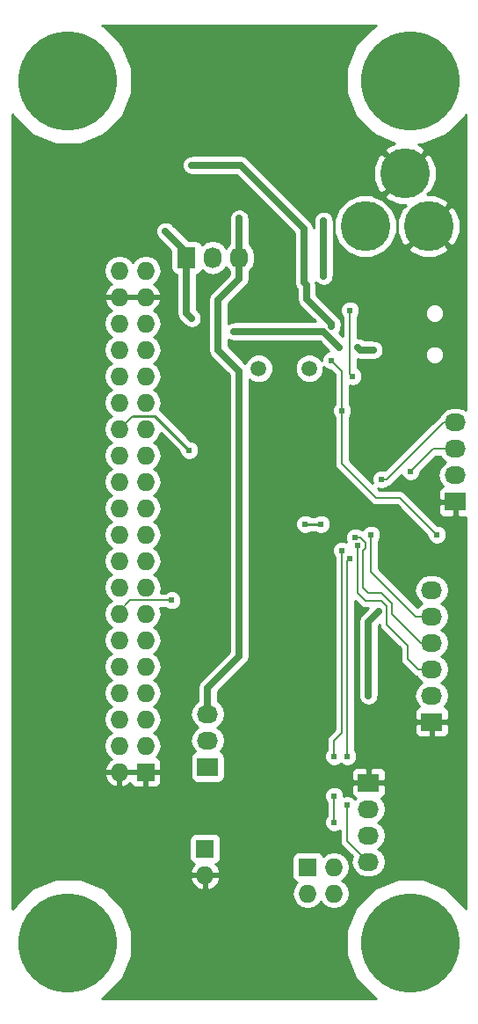
<source format=gbr>
G04 #@! TF.FileFunction,Copper,L2,Bot,Signal*
%FSLAX46Y46*%
G04 Gerber Fmt 4.6, Leading zero omitted, Abs format (unit mm)*
G04 Created by KiCad (PCBNEW 4.0.1-stable) date 12/26/2016 8:36:13 PM*
%MOMM*%
G01*
G04 APERTURE LIST*
%ADD10C,0.100000*%
%ADD11R,2.032000X1.727200*%
%ADD12O,2.032000X1.727200*%
%ADD13R,1.727200X1.727200*%
%ADD14O,1.727200X1.727200*%
%ADD15R,1.727200X2.032000*%
%ADD16O,1.727200X2.032000*%
%ADD17C,4.800600*%
%ADD18C,1.501140*%
%ADD19C,9.525000*%
%ADD20C,0.610000*%
%ADD21C,0.203200*%
%ADD22C,0.254000*%
%ADD23C,0.635000*%
G04 APERTURE END LIST*
D10*
D11*
X53340000Y-56515000D03*
D12*
X53340000Y-53975000D03*
X53340000Y-51435000D03*
X53340000Y-48895000D03*
D13*
X29210000Y-89916000D03*
D14*
X29210000Y-92456000D03*
D15*
X27432000Y-33020000D03*
D16*
X29972000Y-33020000D03*
X32512000Y-33020000D03*
D11*
X29464000Y-82042000D03*
D12*
X29464000Y-79502000D03*
X29464000Y-76962000D03*
D17*
X50749200Y-29997400D03*
X44653200Y-29997400D03*
X48463200Y-24917400D03*
D13*
X23495000Y-82550000D03*
D14*
X20955000Y-82550000D03*
X23495000Y-80010000D03*
X20955000Y-80010000D03*
X23495000Y-77470000D03*
X20955000Y-77470000D03*
X23495000Y-74930000D03*
X20955000Y-74930000D03*
X23495000Y-72390000D03*
X20955000Y-72390000D03*
X23495000Y-69850000D03*
X20955000Y-69850000D03*
X23495000Y-67310000D03*
X20955000Y-67310000D03*
X23495000Y-64770000D03*
X20955000Y-64770000D03*
X23495000Y-62230000D03*
X20955000Y-62230000D03*
X23495000Y-59690000D03*
X20955000Y-59690000D03*
X23495000Y-57150000D03*
X20955000Y-57150000D03*
X23495000Y-54610000D03*
X20955000Y-54610000D03*
X23495000Y-52070000D03*
X20955000Y-52070000D03*
X23495000Y-49530000D03*
X20955000Y-49530000D03*
X23495000Y-46990000D03*
X20955000Y-46990000D03*
X23495000Y-44450000D03*
X20955000Y-44450000D03*
X23495000Y-41910000D03*
X20955000Y-41910000D03*
X23495000Y-39370000D03*
X20955000Y-39370000D03*
X23495000Y-36830000D03*
X20955000Y-36830000D03*
X23495000Y-34290000D03*
X20955000Y-34290000D03*
D18*
X34389060Y-43688000D03*
X39270940Y-43688000D03*
D11*
X44958000Y-83566000D03*
D12*
X44958000Y-86106000D03*
X44958000Y-88646000D03*
X44958000Y-91186000D03*
D13*
X39116000Y-91694000D03*
D14*
X41656000Y-91694000D03*
X39116000Y-94234000D03*
X41656000Y-94234000D03*
D11*
X51054000Y-77724000D03*
D12*
X51054000Y-75184000D03*
X51054000Y-72644000D03*
X51054000Y-70104000D03*
X51054000Y-67564000D03*
X51054000Y-65024000D03*
D19*
X16000000Y-16000000D03*
X49000000Y-16000000D03*
X16000000Y-99000000D03*
X49000000Y-99000000D03*
D20*
X42672000Y-18542000D03*
X50800000Y-43688000D03*
X23368000Y-22860000D03*
X25908000Y-55372000D03*
X49784000Y-34290000D03*
X38000000Y-37000000D03*
X33000000Y-37250000D03*
X30750000Y-28250000D03*
X40000000Y-27750000D03*
X45720000Y-43180000D03*
X49276000Y-50292000D03*
X28448000Y-65024000D03*
X21082000Y-28194000D03*
X26670000Y-49022000D03*
X27432000Y-29210000D03*
X32766000Y-22860000D03*
X39878000Y-72898000D03*
X41656000Y-72898000D03*
X34290000Y-76200000D03*
X35560000Y-85725000D03*
X46736000Y-71120000D03*
X46228000Y-58420000D03*
X33782000Y-59436000D03*
X33782000Y-58166000D03*
X39878000Y-48768000D03*
X39624000Y-63500000D03*
X40640000Y-34798000D03*
X40640000Y-29464000D03*
X38862000Y-58674000D03*
X40386000Y-58674000D03*
X27940000Y-24130000D03*
X51562000Y-59690000D03*
X42418000Y-47752000D03*
X41402000Y-42926000D03*
X41402000Y-39624000D03*
X49022000Y-53594000D03*
X46228000Y-54356000D03*
X43180000Y-61976000D03*
X42926000Y-81026000D03*
X42926000Y-85725000D03*
X41656000Y-81026000D03*
X41656000Y-84836000D03*
X41656000Y-87376000D03*
X42418000Y-61214000D03*
X27686000Y-51562000D03*
X26000000Y-66000000D03*
X43434000Y-44450000D03*
X43180000Y-38100000D03*
X43942000Y-60706000D03*
X43688000Y-59944000D03*
X45212000Y-59690000D03*
X25400000Y-30480000D03*
X42164000Y-41656000D03*
X43942000Y-41656000D03*
X44958000Y-75184000D03*
X45974000Y-67056000D03*
X45466000Y-41910000D03*
X32004000Y-40132000D03*
X27940000Y-38862000D03*
X32500000Y-29250000D03*
D21*
X35560000Y-85725000D02*
X35560000Y-85852000D01*
D22*
X38862000Y-58674000D02*
X40386000Y-58674000D01*
D23*
X40640000Y-29464000D02*
X40640000Y-34798000D01*
D21*
X40640000Y-34798000D02*
X40640000Y-29464000D01*
D23*
X41402000Y-39624000D02*
X41402000Y-39402000D01*
X39000000Y-35698000D02*
X38750000Y-35448000D01*
X39000000Y-37000000D02*
X39000000Y-35698000D01*
X41402000Y-39402000D02*
X39000000Y-37000000D01*
X27940000Y-24130000D02*
X32630000Y-24130000D01*
X38750000Y-30250000D02*
X38750000Y-35448000D01*
X32630000Y-24130000D02*
X38750000Y-30250000D01*
D21*
X38750000Y-35448000D02*
X39116000Y-35814000D01*
X51562000Y-59690000D02*
X48006000Y-56134000D01*
X48006000Y-56134000D02*
X45720000Y-56134000D01*
X45720000Y-56134000D02*
X42418000Y-52832000D01*
X42418000Y-52832000D02*
X42418000Y-47752000D01*
X42418000Y-43942000D02*
X42418000Y-47752000D01*
X41402000Y-42926000D02*
X42418000Y-43942000D01*
X39116000Y-37338000D02*
X41402000Y-39624000D01*
X39116000Y-35814000D02*
X39116000Y-37338000D01*
X49022000Y-53594000D02*
X51181000Y-51435000D01*
X51181000Y-51435000D02*
X53340000Y-51435000D01*
X52197000Y-48895000D02*
X46736000Y-54356000D01*
X46736000Y-54356000D02*
X46228000Y-54356000D01*
X53340000Y-48895000D02*
X52197000Y-48895000D01*
X42926000Y-87122000D02*
X42926000Y-89154000D01*
X42926000Y-62230000D02*
X43180000Y-61976000D01*
X42926000Y-81026000D02*
X42926000Y-62230000D01*
X42926000Y-85725000D02*
X42926000Y-89154000D01*
X42926000Y-89154000D02*
X44958000Y-91186000D01*
X42926000Y-89154000D02*
X44958000Y-91186000D01*
X42926000Y-85725000D02*
X42926000Y-85852000D01*
X41656000Y-87376000D02*
X41656000Y-84836000D01*
X41656000Y-81026000D02*
X41656000Y-79502000D01*
X41656000Y-79502000D02*
X42418000Y-78740000D01*
X42418000Y-78740000D02*
X42418000Y-61214000D01*
D22*
X22225000Y-48260000D02*
X24384000Y-48260000D01*
X24384000Y-48260000D02*
X27686000Y-51562000D01*
D21*
X22225000Y-48260000D02*
X20955000Y-49530000D01*
X22000000Y-66000000D02*
X20955000Y-67045000D01*
X26000000Y-66000000D02*
X22000000Y-66000000D01*
X20955000Y-67045000D02*
X20955000Y-67310000D01*
X43434000Y-44450000D02*
X43180000Y-44196000D01*
X43180000Y-44196000D02*
X43180000Y-38100000D01*
X46736000Y-68326000D02*
X46736000Y-66548000D01*
X46736000Y-66548000D02*
X46228000Y-66040000D01*
X43942000Y-60706000D02*
X43942000Y-62738000D01*
X43942000Y-62738000D02*
X43942000Y-65278000D01*
X43942000Y-65278000D02*
X44704000Y-66040000D01*
X44704000Y-66040000D02*
X46228000Y-66040000D01*
X49784000Y-72644000D02*
X48768000Y-71628000D01*
X48768000Y-71628000D02*
X48768000Y-70358000D01*
X48768000Y-70358000D02*
X46736000Y-68326000D01*
X51054000Y-72644000D02*
X49784000Y-72644000D01*
X47244000Y-67310000D02*
X47244000Y-66294000D01*
X47244000Y-66294000D02*
X46228000Y-65278000D01*
X46228000Y-65278000D02*
X44958000Y-65278000D01*
X44958000Y-65278000D02*
X44450000Y-64770000D01*
X44450000Y-64770000D02*
X44450000Y-61214000D01*
X44450000Y-61214000D02*
X44704000Y-60960000D01*
X44704000Y-60960000D02*
X44704000Y-60452000D01*
X44704000Y-60452000D02*
X44196000Y-59944000D01*
X44196000Y-59944000D02*
X43688000Y-59944000D01*
X50038000Y-70104000D02*
X47244000Y-67310000D01*
X51054000Y-70104000D02*
X50038000Y-70104000D01*
X49530000Y-67564000D02*
X45212000Y-63246000D01*
X45212000Y-63246000D02*
X45212000Y-59690000D01*
X51054000Y-67564000D02*
X49530000Y-67564000D01*
D23*
X25400000Y-30480000D02*
X27432000Y-32512000D01*
X27432000Y-32512000D02*
X27432000Y-33020000D01*
X44958000Y-75184000D02*
X44958000Y-68072000D01*
X44958000Y-68072000D02*
X45974000Y-67056000D01*
X45466000Y-41910000D02*
X44196000Y-41910000D01*
X44196000Y-41910000D02*
X43942000Y-41656000D01*
X32004000Y-40132000D02*
X40640000Y-40132000D01*
X40640000Y-40132000D02*
X42164000Y-41656000D01*
X27432000Y-33020000D02*
X27432000Y-38354000D01*
X27432000Y-38354000D02*
X27940000Y-38862000D01*
D21*
X44958000Y-68072000D02*
X45974000Y-67056000D01*
X42164000Y-41656000D02*
X40640000Y-40132000D01*
X27940000Y-38862000D02*
X27432000Y-38354000D01*
D23*
X29464000Y-76962000D02*
X29464000Y-74422000D01*
X32512000Y-35052000D02*
X32512000Y-33020000D01*
X30480000Y-37084000D02*
X32512000Y-35052000D01*
X30480000Y-41910000D02*
X30480000Y-37084000D01*
X32512000Y-43942000D02*
X30480000Y-41910000D01*
X32512000Y-71374000D02*
X32512000Y-43942000D01*
X29464000Y-74422000D02*
X32512000Y-71374000D01*
X32512000Y-33020000D02*
X32512000Y-29262000D01*
X32512000Y-29262000D02*
X32500000Y-29250000D01*
D22*
G36*
X45515482Y-10775185D02*
X43781275Y-12506368D01*
X42841571Y-14769425D01*
X42839433Y-17219825D01*
X43775185Y-19484518D01*
X45506368Y-21218725D01*
X47479836Y-22038181D01*
X46748421Y-22341143D01*
X46478870Y-22753464D01*
X48463200Y-24737795D01*
X50447530Y-22753464D01*
X50177979Y-22341143D01*
X49738809Y-22160147D01*
X50219825Y-22160567D01*
X52484518Y-21224815D01*
X54218725Y-19493632D01*
X54315000Y-19261776D01*
X54315000Y-47655313D01*
X54098234Y-47510474D01*
X53524745Y-47396400D01*
X53155255Y-47396400D01*
X52581766Y-47510474D01*
X52095585Y-47835330D01*
X51783482Y-48302424D01*
X51676145Y-48374145D01*
X46570068Y-53480222D01*
X46415798Y-53416163D01*
X46041843Y-53415837D01*
X45696228Y-53558642D01*
X45431571Y-53822837D01*
X45288163Y-54168202D01*
X45287837Y-54542157D01*
X45370903Y-54743193D01*
X43154600Y-52526890D01*
X43154600Y-48344888D01*
X43214429Y-48285163D01*
X43357837Y-47939798D01*
X43358163Y-47565843D01*
X43215358Y-47220228D01*
X43154600Y-47159364D01*
X43154600Y-45351801D01*
X43246202Y-45389837D01*
X43620157Y-45390163D01*
X43965772Y-45247358D01*
X44230429Y-44983163D01*
X44373837Y-44637798D01*
X44374163Y-44263843D01*
X44231358Y-43918228D01*
X43967163Y-43653571D01*
X43916600Y-43632575D01*
X43916600Y-42806924D01*
X44196000Y-42862500D01*
X45466000Y-42862500D01*
X45528564Y-42850055D01*
X45652157Y-42850163D01*
X45767391Y-42802549D01*
X45830506Y-42789995D01*
X45883545Y-42754556D01*
X45997772Y-42707358D01*
X46086014Y-42619270D01*
X46139519Y-42583519D01*
X46151080Y-42566216D01*
X50414842Y-42566216D01*
X50553090Y-42900800D01*
X50808853Y-43157011D01*
X51143196Y-43295842D01*
X51505216Y-43296158D01*
X51839800Y-43157910D01*
X52096011Y-42902147D01*
X52234842Y-42567804D01*
X52235158Y-42205784D01*
X52096910Y-41871200D01*
X51841147Y-41614989D01*
X51506804Y-41476158D01*
X51144784Y-41475842D01*
X50810200Y-41614090D01*
X50553989Y-41869853D01*
X50415158Y-42204196D01*
X50414842Y-42566216D01*
X46151080Y-42566216D01*
X46174957Y-42530482D01*
X46262429Y-42443163D01*
X46310245Y-42328010D01*
X46345995Y-42274506D01*
X46358439Y-42211944D01*
X46405837Y-42097798D01*
X46405946Y-41973115D01*
X46418500Y-41910000D01*
X46406055Y-41847436D01*
X46406163Y-41723843D01*
X46358549Y-41608609D01*
X46345995Y-41545494D01*
X46310556Y-41492455D01*
X46263358Y-41378228D01*
X46175270Y-41289986D01*
X46139519Y-41236481D01*
X46086482Y-41201043D01*
X45999163Y-41113571D01*
X45884010Y-41065755D01*
X45830506Y-41030005D01*
X45767944Y-41017561D01*
X45653798Y-40970163D01*
X45529115Y-40970054D01*
X45466000Y-40957500D01*
X44578132Y-40957500D01*
X44562482Y-40947043D01*
X44475163Y-40859571D01*
X44360010Y-40811755D01*
X44306506Y-40776005D01*
X44243944Y-40763561D01*
X44129798Y-40716163D01*
X44005115Y-40716054D01*
X43942000Y-40703500D01*
X43916600Y-40708552D01*
X43916600Y-38692888D01*
X43976429Y-38633163D01*
X44004227Y-38566216D01*
X50414842Y-38566216D01*
X50553090Y-38900800D01*
X50808853Y-39157011D01*
X51143196Y-39295842D01*
X51505216Y-39296158D01*
X51839800Y-39157910D01*
X52096011Y-38902147D01*
X52234842Y-38567804D01*
X52235158Y-38205784D01*
X52096910Y-37871200D01*
X51841147Y-37614989D01*
X51506804Y-37476158D01*
X51144784Y-37475842D01*
X50810200Y-37614090D01*
X50553989Y-37869853D01*
X50415158Y-38204196D01*
X50414842Y-38566216D01*
X44004227Y-38566216D01*
X44119837Y-38287798D01*
X44120163Y-37913843D01*
X43977358Y-37568228D01*
X43713163Y-37303571D01*
X43367798Y-37160163D01*
X42993843Y-37159837D01*
X42648228Y-37302642D01*
X42383571Y-37566837D01*
X42240163Y-37912202D01*
X42239837Y-38286157D01*
X42382642Y-38631772D01*
X42443400Y-38692636D01*
X42443400Y-40588361D01*
X42106376Y-40251338D01*
X42110957Y-40244482D01*
X42198429Y-40157163D01*
X42246245Y-40042010D01*
X42281995Y-39988506D01*
X42294439Y-39925944D01*
X42341837Y-39811798D01*
X42341946Y-39687115D01*
X42354500Y-39624000D01*
X42354500Y-39402000D01*
X42281995Y-39037494D01*
X42075519Y-38728481D01*
X39952500Y-36605462D01*
X39952500Y-35698000D01*
X39888366Y-35375576D01*
X39930730Y-35418014D01*
X39966481Y-35471519D01*
X40019518Y-35506957D01*
X40106837Y-35594429D01*
X40221990Y-35642245D01*
X40275494Y-35677995D01*
X40338056Y-35690439D01*
X40452202Y-35737837D01*
X40576885Y-35737946D01*
X40640000Y-35750500D01*
X40702564Y-35738055D01*
X40826157Y-35738163D01*
X40941391Y-35690549D01*
X41004506Y-35677995D01*
X41057545Y-35642556D01*
X41171772Y-35595358D01*
X41260014Y-35507270D01*
X41313519Y-35471519D01*
X41348957Y-35418482D01*
X41436429Y-35331163D01*
X41484245Y-35216010D01*
X41519995Y-35162506D01*
X41532439Y-35099944D01*
X41579837Y-34985798D01*
X41579946Y-34861115D01*
X41592500Y-34798000D01*
X41592500Y-30598510D01*
X41617374Y-30598510D01*
X42078498Y-31714513D01*
X42931596Y-32569102D01*
X44046793Y-33032172D01*
X45254310Y-33033226D01*
X46370313Y-32572102D01*
X46781796Y-32161336D01*
X48764870Y-32161336D01*
X49034421Y-32573657D01*
X50150842Y-33033769D01*
X51358357Y-33031621D01*
X52463979Y-32573657D01*
X52733530Y-32161336D01*
X50749200Y-30177005D01*
X48764870Y-32161336D01*
X46781796Y-32161336D01*
X47224902Y-31719004D01*
X47687972Y-30603807D01*
X47689026Y-29396290D01*
X47227902Y-28280287D01*
X46374804Y-27425698D01*
X45545488Y-27081336D01*
X46478870Y-27081336D01*
X46748421Y-27493657D01*
X47864842Y-27953769D01*
X48524787Y-27952595D01*
X48585263Y-28013071D01*
X48172943Y-28282621D01*
X47712831Y-29399042D01*
X47714979Y-30606557D01*
X48172943Y-31712179D01*
X48585264Y-31981730D01*
X50569595Y-29997400D01*
X50928805Y-29997400D01*
X52913136Y-31981730D01*
X53325457Y-31712179D01*
X53785569Y-30595758D01*
X53783421Y-29388243D01*
X53325457Y-28282621D01*
X52913136Y-28013070D01*
X50928805Y-29997400D01*
X50569595Y-29997400D01*
X50555452Y-29983258D01*
X50735058Y-29803652D01*
X50749200Y-29817795D01*
X52733530Y-27833464D01*
X52463979Y-27421143D01*
X51347558Y-26961031D01*
X50687613Y-26962205D01*
X50627137Y-26901729D01*
X51039457Y-26632179D01*
X51499569Y-25515758D01*
X51497421Y-24308243D01*
X51039457Y-23202621D01*
X50627136Y-22933070D01*
X48642805Y-24917400D01*
X48656948Y-24931542D01*
X48477342Y-25111148D01*
X48463200Y-25097005D01*
X46478870Y-27081336D01*
X45545488Y-27081336D01*
X45259607Y-26962628D01*
X44052090Y-26961574D01*
X42936087Y-27422698D01*
X42081498Y-28275796D01*
X41618428Y-29390993D01*
X41617374Y-30598510D01*
X41592500Y-30598510D01*
X41592500Y-29464000D01*
X41580055Y-29401436D01*
X41580163Y-29277843D01*
X41532549Y-29162609D01*
X41519995Y-29099494D01*
X41484556Y-29046455D01*
X41437358Y-28932228D01*
X41349270Y-28843986D01*
X41313519Y-28790481D01*
X41260482Y-28755043D01*
X41173163Y-28667571D01*
X41058010Y-28619755D01*
X41004506Y-28584005D01*
X40941944Y-28571561D01*
X40827798Y-28524163D01*
X40703115Y-28524054D01*
X40640000Y-28511500D01*
X40577436Y-28523945D01*
X40453843Y-28523837D01*
X40338609Y-28571451D01*
X40275494Y-28584005D01*
X40222455Y-28619444D01*
X40108228Y-28666642D01*
X40019986Y-28754730D01*
X39966481Y-28790481D01*
X39931043Y-28843518D01*
X39843571Y-28930837D01*
X39795755Y-29045990D01*
X39760005Y-29099494D01*
X39747561Y-29162056D01*
X39700163Y-29276202D01*
X39700054Y-29400885D01*
X39687500Y-29464000D01*
X39687500Y-30174590D01*
X39629995Y-29885494D01*
X39423519Y-29576481D01*
X34166080Y-24319042D01*
X45426831Y-24319042D01*
X45428979Y-25526557D01*
X45886943Y-26632179D01*
X46299264Y-26901730D01*
X48283595Y-24917400D01*
X46299264Y-22933070D01*
X45886943Y-23202621D01*
X45426831Y-24319042D01*
X34166080Y-24319042D01*
X33303519Y-23456481D01*
X32994506Y-23250005D01*
X32630000Y-23177500D01*
X27940000Y-23177500D01*
X27877436Y-23189945D01*
X27753843Y-23189837D01*
X27638609Y-23237451D01*
X27575494Y-23250005D01*
X27522455Y-23285444D01*
X27408228Y-23332642D01*
X27319986Y-23420730D01*
X27266481Y-23456481D01*
X27231043Y-23509518D01*
X27143571Y-23596837D01*
X27095755Y-23711990D01*
X27060005Y-23765494D01*
X27047561Y-23828056D01*
X27000163Y-23942202D01*
X27000054Y-24066885D01*
X26987500Y-24130000D01*
X26999945Y-24192564D01*
X26999837Y-24316157D01*
X27047451Y-24431391D01*
X27060005Y-24494506D01*
X27095444Y-24547545D01*
X27142642Y-24661772D01*
X27230730Y-24750014D01*
X27266481Y-24803519D01*
X27319518Y-24838957D01*
X27406837Y-24926429D01*
X27521990Y-24974245D01*
X27575494Y-25009995D01*
X27638056Y-25022439D01*
X27752202Y-25069837D01*
X27876885Y-25069946D01*
X27940000Y-25082500D01*
X32235462Y-25082500D01*
X37797500Y-30644538D01*
X37797500Y-35448000D01*
X37870005Y-35812506D01*
X38047500Y-36078146D01*
X38047500Y-37000000D01*
X38120005Y-37364506D01*
X38326481Y-37673519D01*
X39832462Y-39179500D01*
X32004000Y-39179500D01*
X31941436Y-39191945D01*
X31817843Y-39191837D01*
X31702609Y-39239451D01*
X31639494Y-39252005D01*
X31586455Y-39287444D01*
X31472228Y-39334642D01*
X31432500Y-39374301D01*
X31432500Y-37478538D01*
X33185519Y-35725519D01*
X33391995Y-35416506D01*
X33464500Y-35052000D01*
X33464500Y-34336024D01*
X33571670Y-34264415D01*
X33896526Y-33778234D01*
X34010600Y-33204745D01*
X34010600Y-32835255D01*
X33896526Y-32261766D01*
X33571670Y-31775585D01*
X33464500Y-31703976D01*
X33464500Y-29262000D01*
X33440097Y-29139319D01*
X33440163Y-29063843D01*
X33411086Y-28993472D01*
X33391995Y-28897494D01*
X33338103Y-28816840D01*
X33297358Y-28718228D01*
X33221314Y-28642051D01*
X33185520Y-28588481D01*
X33173519Y-28576481D01*
X33120482Y-28541043D01*
X33033163Y-28453571D01*
X32918010Y-28405755D01*
X32864506Y-28370005D01*
X32801944Y-28357561D01*
X32687798Y-28310163D01*
X32563115Y-28310054D01*
X32500000Y-28297500D01*
X32437436Y-28309945D01*
X32313843Y-28309837D01*
X32198609Y-28357451D01*
X32135494Y-28370005D01*
X32082455Y-28405444D01*
X31968228Y-28452642D01*
X31879986Y-28540730D01*
X31826481Y-28576481D01*
X31791043Y-28629518D01*
X31703571Y-28716837D01*
X31655755Y-28831990D01*
X31620005Y-28885494D01*
X31607561Y-28948056D01*
X31560163Y-29062202D01*
X31560054Y-29186885D01*
X31547500Y-29250000D01*
X31559500Y-29310328D01*
X31559500Y-31703976D01*
X31452330Y-31775585D01*
X31242000Y-32090366D01*
X31031670Y-31775585D01*
X30545489Y-31450729D01*
X29972000Y-31336655D01*
X29398511Y-31450729D01*
X28912330Y-31775585D01*
X28902757Y-31789913D01*
X28898762Y-31768683D01*
X28759690Y-31552559D01*
X28547490Y-31407569D01*
X28295600Y-31356560D01*
X27623598Y-31356560D01*
X26073519Y-29806481D01*
X26020482Y-29771043D01*
X25933163Y-29683571D01*
X25818010Y-29635755D01*
X25764506Y-29600005D01*
X25701944Y-29587561D01*
X25587798Y-29540163D01*
X25463115Y-29540054D01*
X25400000Y-29527500D01*
X25337436Y-29539945D01*
X25213843Y-29539837D01*
X25098609Y-29587451D01*
X25035494Y-29600005D01*
X24982455Y-29635444D01*
X24868228Y-29682642D01*
X24779986Y-29770730D01*
X24726481Y-29806481D01*
X24691043Y-29859518D01*
X24603571Y-29946837D01*
X24555755Y-30061990D01*
X24520005Y-30115494D01*
X24507561Y-30178056D01*
X24460163Y-30292202D01*
X24460054Y-30416885D01*
X24447500Y-30480000D01*
X24459945Y-30542564D01*
X24459837Y-30666157D01*
X24507451Y-30781391D01*
X24520005Y-30844506D01*
X24555444Y-30897545D01*
X24602642Y-31011772D01*
X24690730Y-31100014D01*
X24726481Y-31153519D01*
X25920960Y-32347998D01*
X25920960Y-34036000D01*
X25965238Y-34271317D01*
X26104310Y-34487441D01*
X26316510Y-34632431D01*
X26479500Y-34665437D01*
X26479500Y-38354000D01*
X26552005Y-38718506D01*
X26758481Y-39027519D01*
X27266480Y-39535519D01*
X27319519Y-39570959D01*
X27406837Y-39658429D01*
X27521989Y-39706244D01*
X27575494Y-39741995D01*
X27638055Y-39754439D01*
X27752202Y-39801837D01*
X27876890Y-39801946D01*
X27940000Y-39814499D01*
X28002559Y-39802055D01*
X28126157Y-39802163D01*
X28241392Y-39754549D01*
X28304505Y-39741995D01*
X28357542Y-39706557D01*
X28471772Y-39659358D01*
X28560015Y-39571269D01*
X28613519Y-39535519D01*
X28648957Y-39482483D01*
X28736429Y-39395163D01*
X28784245Y-39280008D01*
X28819995Y-39226505D01*
X28832439Y-39163946D01*
X28879837Y-39049798D01*
X28879946Y-38925110D01*
X28892499Y-38862000D01*
X28880055Y-38799440D01*
X28880163Y-38675843D01*
X28832549Y-38560608D01*
X28819995Y-38497494D01*
X28784556Y-38444455D01*
X28737358Y-38330228D01*
X28649271Y-38241987D01*
X28613519Y-38188480D01*
X28384500Y-37959461D01*
X28384500Y-34666712D01*
X28530917Y-34639162D01*
X28747041Y-34500090D01*
X28892031Y-34287890D01*
X28900400Y-34246561D01*
X28912330Y-34264415D01*
X29398511Y-34589271D01*
X29972000Y-34703345D01*
X30545489Y-34589271D01*
X31031670Y-34264415D01*
X31242000Y-33949634D01*
X31452330Y-34264415D01*
X31559500Y-34336024D01*
X31559500Y-34657462D01*
X29806481Y-36410481D01*
X29600005Y-36719494D01*
X29527500Y-37084000D01*
X29527500Y-41910000D01*
X29600005Y-42274506D01*
X29806481Y-42583519D01*
X31559500Y-44336538D01*
X31559500Y-70979462D01*
X28790481Y-73748481D01*
X28584005Y-74057494D01*
X28511500Y-74422000D01*
X28511500Y-75707278D01*
X28219585Y-75902330D01*
X27894729Y-76388511D01*
X27780655Y-76962000D01*
X27894729Y-77535489D01*
X28219585Y-78021670D01*
X28534366Y-78232000D01*
X28219585Y-78442330D01*
X27894729Y-78928511D01*
X27780655Y-79502000D01*
X27894729Y-80075489D01*
X28219585Y-80561670D01*
X28233913Y-80571243D01*
X28212683Y-80575238D01*
X27996559Y-80714310D01*
X27851569Y-80926510D01*
X27800560Y-81178400D01*
X27800560Y-82905600D01*
X27844838Y-83140917D01*
X27983910Y-83357041D01*
X28196110Y-83502031D01*
X28448000Y-83553040D01*
X30480000Y-83553040D01*
X30715317Y-83508762D01*
X30931441Y-83369690D01*
X31076431Y-83157490D01*
X31127440Y-82905600D01*
X31127440Y-82576090D01*
X43307000Y-82576090D01*
X43307000Y-83280250D01*
X43465750Y-83439000D01*
X44831000Y-83439000D01*
X44831000Y-82226150D01*
X45085000Y-82226150D01*
X45085000Y-83439000D01*
X46450250Y-83439000D01*
X46609000Y-83280250D01*
X46609000Y-82576090D01*
X46512327Y-82342701D01*
X46333698Y-82164073D01*
X46100309Y-82067400D01*
X45243750Y-82067400D01*
X45085000Y-82226150D01*
X44831000Y-82226150D01*
X44672250Y-82067400D01*
X43815691Y-82067400D01*
X43582302Y-82164073D01*
X43403673Y-82342701D01*
X43307000Y-82576090D01*
X31127440Y-82576090D01*
X31127440Y-81212157D01*
X40715837Y-81212157D01*
X40858642Y-81557772D01*
X41122837Y-81822429D01*
X41468202Y-81965837D01*
X41842157Y-81966163D01*
X42187772Y-81823358D01*
X42290948Y-81720362D01*
X42392837Y-81822429D01*
X42738202Y-81965837D01*
X43112157Y-81966163D01*
X43457772Y-81823358D01*
X43722429Y-81559163D01*
X43865837Y-81213798D01*
X43866163Y-80839843D01*
X43723358Y-80494228D01*
X43662600Y-80433364D01*
X43662600Y-78009750D01*
X49403000Y-78009750D01*
X49403000Y-78713910D01*
X49499673Y-78947299D01*
X49678302Y-79125927D01*
X49911691Y-79222600D01*
X50768250Y-79222600D01*
X50927000Y-79063850D01*
X50927000Y-77851000D01*
X51181000Y-77851000D01*
X51181000Y-79063850D01*
X51339750Y-79222600D01*
X52196309Y-79222600D01*
X52429698Y-79125927D01*
X52608327Y-78947299D01*
X52705000Y-78713910D01*
X52705000Y-78009750D01*
X52546250Y-77851000D01*
X51181000Y-77851000D01*
X50927000Y-77851000D01*
X49561750Y-77851000D01*
X49403000Y-78009750D01*
X43662600Y-78009750D01*
X43662600Y-66040310D01*
X44183145Y-66560855D01*
X44422115Y-66720530D01*
X44704000Y-66776600D01*
X44906362Y-66776600D01*
X44284481Y-67398481D01*
X44078005Y-67707494D01*
X44005500Y-68072000D01*
X44005500Y-75184000D01*
X44017945Y-75246564D01*
X44017837Y-75370157D01*
X44065451Y-75485391D01*
X44078005Y-75548506D01*
X44113444Y-75601545D01*
X44160642Y-75715772D01*
X44248730Y-75804014D01*
X44284481Y-75857519D01*
X44337518Y-75892957D01*
X44424837Y-75980429D01*
X44539990Y-76028245D01*
X44593494Y-76063995D01*
X44656056Y-76076439D01*
X44770202Y-76123837D01*
X44894885Y-76123946D01*
X44958000Y-76136500D01*
X45020564Y-76124055D01*
X45144157Y-76124163D01*
X45259391Y-76076549D01*
X45322506Y-76063995D01*
X45375545Y-76028556D01*
X45489772Y-75981358D01*
X45578014Y-75893270D01*
X45631519Y-75857519D01*
X45666957Y-75804482D01*
X45754429Y-75717163D01*
X45802245Y-75602010D01*
X45837995Y-75548506D01*
X45850439Y-75485944D01*
X45897837Y-75371798D01*
X45897946Y-75247115D01*
X45910500Y-75184000D01*
X45910500Y-68466538D01*
X46007967Y-68369071D01*
X46055470Y-68607885D01*
X46215145Y-68846855D01*
X48031400Y-70663110D01*
X48031400Y-71628000D01*
X48087470Y-71909885D01*
X48247145Y-72148855D01*
X49263145Y-73164855D01*
X49502115Y-73324530D01*
X49564550Y-73336949D01*
X49809585Y-73703670D01*
X50124366Y-73914000D01*
X49809585Y-74124330D01*
X49484729Y-74610511D01*
X49370655Y-75184000D01*
X49484729Y-75757489D01*
X49809585Y-76243670D01*
X49831780Y-76258500D01*
X49678302Y-76322073D01*
X49499673Y-76500701D01*
X49403000Y-76734090D01*
X49403000Y-77438250D01*
X49561750Y-77597000D01*
X50927000Y-77597000D01*
X50927000Y-77577000D01*
X51181000Y-77577000D01*
X51181000Y-77597000D01*
X52546250Y-77597000D01*
X52705000Y-77438250D01*
X52705000Y-76734090D01*
X52608327Y-76500701D01*
X52429698Y-76322073D01*
X52276220Y-76258500D01*
X52298415Y-76243670D01*
X52623271Y-75757489D01*
X52737345Y-75184000D01*
X52623271Y-74610511D01*
X52298415Y-74124330D01*
X51983634Y-73914000D01*
X52298415Y-73703670D01*
X52623271Y-73217489D01*
X52737345Y-72644000D01*
X52623271Y-72070511D01*
X52298415Y-71584330D01*
X51983634Y-71374000D01*
X52298415Y-71163670D01*
X52623271Y-70677489D01*
X52737345Y-70104000D01*
X52623271Y-69530511D01*
X52298415Y-69044330D01*
X51983634Y-68834000D01*
X52298415Y-68623670D01*
X52623271Y-68137489D01*
X52737345Y-67564000D01*
X52623271Y-66990511D01*
X52298415Y-66504330D01*
X51983634Y-66294000D01*
X52298415Y-66083670D01*
X52623271Y-65597489D01*
X52737345Y-65024000D01*
X52623271Y-64450511D01*
X52298415Y-63964330D01*
X51812234Y-63639474D01*
X51238745Y-63525400D01*
X50869255Y-63525400D01*
X50295766Y-63639474D01*
X49809585Y-63964330D01*
X49484729Y-64450511D01*
X49370655Y-65024000D01*
X49484729Y-65597489D01*
X49809585Y-66083670D01*
X50124366Y-66294000D01*
X49809585Y-66504330D01*
X49690405Y-66682695D01*
X45948600Y-62940890D01*
X45948600Y-60282888D01*
X46008429Y-60223163D01*
X46151837Y-59877798D01*
X46152163Y-59503843D01*
X46009358Y-59158228D01*
X45745163Y-58893571D01*
X45399798Y-58750163D01*
X45025843Y-58749837D01*
X44680228Y-58892642D01*
X44415571Y-59156837D01*
X44379425Y-59243885D01*
X44301919Y-59228468D01*
X44221163Y-59147571D01*
X43875798Y-59004163D01*
X43501843Y-59003837D01*
X43156228Y-59146642D01*
X42891571Y-59410837D01*
X42748163Y-59756202D01*
X42747837Y-60130157D01*
X42849079Y-60375182D01*
X42605798Y-60274163D01*
X42231843Y-60273837D01*
X41886228Y-60416642D01*
X41621571Y-60680837D01*
X41478163Y-61026202D01*
X41477837Y-61400157D01*
X41620642Y-61745772D01*
X41681400Y-61806636D01*
X41681400Y-78434890D01*
X41135145Y-78981145D01*
X40975470Y-79220115D01*
X40919400Y-79502000D01*
X40919400Y-80433112D01*
X40859571Y-80492837D01*
X40716163Y-80838202D01*
X40715837Y-81212157D01*
X31127440Y-81212157D01*
X31127440Y-81178400D01*
X31083162Y-80943083D01*
X30944090Y-80726959D01*
X30731890Y-80581969D01*
X30690561Y-80573600D01*
X30708415Y-80561670D01*
X31033271Y-80075489D01*
X31147345Y-79502000D01*
X31033271Y-78928511D01*
X30708415Y-78442330D01*
X30393634Y-78232000D01*
X30708415Y-78021670D01*
X31033271Y-77535489D01*
X31147345Y-76962000D01*
X31033271Y-76388511D01*
X30708415Y-75902330D01*
X30416500Y-75707278D01*
X30416500Y-74816538D01*
X33185519Y-72047519D01*
X33391995Y-71738506D01*
X33464500Y-71374000D01*
X33464500Y-58860157D01*
X37921837Y-58860157D01*
X38064642Y-59205772D01*
X38328837Y-59470429D01*
X38674202Y-59613837D01*
X39048157Y-59614163D01*
X39393772Y-59471358D01*
X39429192Y-59436000D01*
X39818468Y-59436000D01*
X39852837Y-59470429D01*
X40198202Y-59613837D01*
X40572157Y-59614163D01*
X40917772Y-59471358D01*
X41182429Y-59207163D01*
X41325837Y-58861798D01*
X41326163Y-58487843D01*
X41183358Y-58142228D01*
X40919163Y-57877571D01*
X40573798Y-57734163D01*
X40199843Y-57733837D01*
X39854228Y-57876642D01*
X39818808Y-57912000D01*
X39429532Y-57912000D01*
X39395163Y-57877571D01*
X39049798Y-57734163D01*
X38675843Y-57733837D01*
X38330228Y-57876642D01*
X38065571Y-58140837D01*
X37922163Y-58486202D01*
X37921837Y-58860157D01*
X33464500Y-58860157D01*
X33464500Y-44723029D01*
X33603173Y-44861944D01*
X34112244Y-45073329D01*
X34663458Y-45073810D01*
X35172897Y-44863314D01*
X35563004Y-44473887D01*
X35774389Y-43964816D01*
X35774870Y-43413602D01*
X35564374Y-42904163D01*
X35174947Y-42514056D01*
X34665876Y-42302671D01*
X34114662Y-42302190D01*
X33605223Y-42512686D01*
X33215116Y-42902113D01*
X33098938Y-43181900D01*
X31432500Y-41515462D01*
X31432500Y-40890025D01*
X31470837Y-40928429D01*
X31585990Y-40976245D01*
X31639494Y-41011995D01*
X31702056Y-41024439D01*
X31816202Y-41071837D01*
X31940885Y-41071946D01*
X32004000Y-41084500D01*
X40245462Y-41084500D01*
X41166986Y-42006024D01*
X40870228Y-42128642D01*
X40605571Y-42392837D01*
X40462163Y-42738202D01*
X40461985Y-42942235D01*
X40446254Y-42904163D01*
X40056827Y-42514056D01*
X39547756Y-42302671D01*
X38996542Y-42302190D01*
X38487103Y-42512686D01*
X38096996Y-42902113D01*
X37885611Y-43411184D01*
X37885130Y-43962398D01*
X38095626Y-44471837D01*
X38485053Y-44861944D01*
X38994124Y-45073329D01*
X39545338Y-45073810D01*
X40054777Y-44863314D01*
X40444884Y-44473887D01*
X40656269Y-43964816D01*
X40656666Y-43509887D01*
X40868837Y-43722429D01*
X41214202Y-43865837D01*
X41300202Y-43865912D01*
X41681400Y-44247110D01*
X41681400Y-47159112D01*
X41621571Y-47218837D01*
X41478163Y-47564202D01*
X41477837Y-47938157D01*
X41620642Y-48283772D01*
X41681400Y-48344636D01*
X41681400Y-52832000D01*
X41737470Y-53113885D01*
X41897145Y-53352855D01*
X45199145Y-56654855D01*
X45438115Y-56814530D01*
X45720000Y-56870600D01*
X47700890Y-56870600D01*
X50621911Y-59791621D01*
X50621837Y-59876157D01*
X50764642Y-60221772D01*
X51028837Y-60486429D01*
X51374202Y-60629837D01*
X51748157Y-60630163D01*
X52093772Y-60487358D01*
X52358429Y-60223163D01*
X52501837Y-59877798D01*
X52502163Y-59503843D01*
X52359358Y-59158228D01*
X52095163Y-58893571D01*
X51749798Y-58750163D01*
X51663798Y-58750088D01*
X49714460Y-56800750D01*
X51689000Y-56800750D01*
X51689000Y-57504910D01*
X51785673Y-57738299D01*
X51964302Y-57916927D01*
X52197691Y-58013600D01*
X53054250Y-58013600D01*
X53213000Y-57854850D01*
X53213000Y-56642000D01*
X51847750Y-56642000D01*
X51689000Y-56800750D01*
X49714460Y-56800750D01*
X48526855Y-55613145D01*
X48287885Y-55453470D01*
X48006000Y-55397400D01*
X46025110Y-55397400D01*
X45840711Y-55213001D01*
X46040202Y-55295837D01*
X46414157Y-55296163D01*
X46759772Y-55153358D01*
X46841697Y-55071576D01*
X47017885Y-55036530D01*
X47256855Y-54876855D01*
X48161282Y-53972428D01*
X48224642Y-54125772D01*
X48488837Y-54390429D01*
X48834202Y-54533837D01*
X49208157Y-54534163D01*
X49553772Y-54391358D01*
X49818429Y-54127163D01*
X49961837Y-53781798D01*
X49961912Y-53695798D01*
X51486110Y-52171600D01*
X51879716Y-52171600D01*
X52095585Y-52494670D01*
X52410366Y-52705000D01*
X52095585Y-52915330D01*
X51770729Y-53401511D01*
X51656655Y-53975000D01*
X51770729Y-54548489D01*
X52095585Y-55034670D01*
X52117780Y-55049500D01*
X51964302Y-55113073D01*
X51785673Y-55291701D01*
X51689000Y-55525090D01*
X51689000Y-56229250D01*
X51847750Y-56388000D01*
X53213000Y-56388000D01*
X53213000Y-56368000D01*
X53467000Y-56368000D01*
X53467000Y-56388000D01*
X53487000Y-56388000D01*
X53487000Y-56642000D01*
X53467000Y-56642000D01*
X53467000Y-57854850D01*
X53625750Y-58013600D01*
X54315000Y-58013600D01*
X54315000Y-95733746D01*
X54224815Y-95515482D01*
X52493632Y-93781275D01*
X50230575Y-92841571D01*
X47780175Y-92839433D01*
X45515482Y-93775185D01*
X43781275Y-95506368D01*
X42841571Y-97769425D01*
X42839433Y-100219825D01*
X43775185Y-102484518D01*
X45506368Y-104218725D01*
X45738224Y-104315000D01*
X19266254Y-104315000D01*
X19484518Y-104224815D01*
X21218725Y-102493632D01*
X22158429Y-100230575D01*
X22160567Y-97780175D01*
X21224815Y-95515482D01*
X19945568Y-94234000D01*
X37588041Y-94234000D01*
X37702115Y-94807489D01*
X38026971Y-95293670D01*
X38513152Y-95618526D01*
X39086641Y-95732600D01*
X39145359Y-95732600D01*
X39718848Y-95618526D01*
X40205029Y-95293670D01*
X40386000Y-95022828D01*
X40566971Y-95293670D01*
X41053152Y-95618526D01*
X41626641Y-95732600D01*
X41685359Y-95732600D01*
X42258848Y-95618526D01*
X42745029Y-95293670D01*
X43069885Y-94807489D01*
X43183959Y-94234000D01*
X43069885Y-93660511D01*
X42745029Y-93174330D01*
X42430248Y-92964000D01*
X42745029Y-92753670D01*
X43069885Y-92267489D01*
X43183959Y-91694000D01*
X43069885Y-91120511D01*
X42745029Y-90634330D01*
X42258848Y-90309474D01*
X41685359Y-90195400D01*
X41626641Y-90195400D01*
X41053152Y-90309474D01*
X40587558Y-90620574D01*
X40582762Y-90595083D01*
X40443690Y-90378959D01*
X40231490Y-90233969D01*
X39979600Y-90182960D01*
X38252400Y-90182960D01*
X38017083Y-90227238D01*
X37800959Y-90366310D01*
X37655969Y-90578510D01*
X37604960Y-90830400D01*
X37604960Y-92557600D01*
X37649238Y-92792917D01*
X37788310Y-93009041D01*
X38000510Y-93154031D01*
X38044131Y-93162864D01*
X38026971Y-93174330D01*
X37702115Y-93660511D01*
X37588041Y-94234000D01*
X19945568Y-94234000D01*
X19493632Y-93781275D01*
X17230575Y-92841571D01*
X14780175Y-92839433D01*
X12515482Y-93775185D01*
X10781275Y-95506368D01*
X10685000Y-95738224D01*
X10685000Y-92815027D01*
X27755032Y-92815027D01*
X28003179Y-93344490D01*
X28435053Y-93738688D01*
X28850974Y-93910958D01*
X29083000Y-93789817D01*
X29083000Y-92583000D01*
X29337000Y-92583000D01*
X29337000Y-93789817D01*
X29569026Y-93910958D01*
X29984947Y-93738688D01*
X30416821Y-93344490D01*
X30664968Y-92815027D01*
X30544469Y-92583000D01*
X29337000Y-92583000D01*
X29083000Y-92583000D01*
X27875531Y-92583000D01*
X27755032Y-92815027D01*
X10685000Y-92815027D01*
X10685000Y-89052400D01*
X27698960Y-89052400D01*
X27698960Y-90779600D01*
X27743238Y-91014917D01*
X27882310Y-91231041D01*
X28094510Y-91376031D01*
X28191451Y-91395662D01*
X28003179Y-91567510D01*
X27755032Y-92096973D01*
X27875531Y-92329000D01*
X29083000Y-92329000D01*
X29083000Y-92309000D01*
X29337000Y-92309000D01*
X29337000Y-92329000D01*
X30544469Y-92329000D01*
X30664968Y-92096973D01*
X30416821Y-91567510D01*
X30230567Y-91397505D01*
X30308917Y-91382762D01*
X30525041Y-91243690D01*
X30670031Y-91031490D01*
X30721040Y-90779600D01*
X30721040Y-89052400D01*
X30676762Y-88817083D01*
X30537690Y-88600959D01*
X30325490Y-88455969D01*
X30073600Y-88404960D01*
X28346400Y-88404960D01*
X28111083Y-88449238D01*
X27894959Y-88588310D01*
X27749969Y-88800510D01*
X27698960Y-89052400D01*
X10685000Y-89052400D01*
X10685000Y-85022157D01*
X40715837Y-85022157D01*
X40858642Y-85367772D01*
X40919400Y-85428636D01*
X40919400Y-86783112D01*
X40859571Y-86842837D01*
X40716163Y-87188202D01*
X40715837Y-87562157D01*
X40858642Y-87907772D01*
X41122837Y-88172429D01*
X41468202Y-88315837D01*
X41842157Y-88316163D01*
X42187772Y-88173358D01*
X42189400Y-88171733D01*
X42189400Y-89154000D01*
X42245470Y-89435885D01*
X42405145Y-89674855D01*
X43381109Y-90650819D01*
X43274655Y-91186000D01*
X43388729Y-91759489D01*
X43713585Y-92245670D01*
X44199766Y-92570526D01*
X44773255Y-92684600D01*
X45142745Y-92684600D01*
X45716234Y-92570526D01*
X46202415Y-92245670D01*
X46527271Y-91759489D01*
X46641345Y-91186000D01*
X46527271Y-90612511D01*
X46202415Y-90126330D01*
X45887634Y-89916000D01*
X46202415Y-89705670D01*
X46527271Y-89219489D01*
X46641345Y-88646000D01*
X46527271Y-88072511D01*
X46202415Y-87586330D01*
X45887634Y-87376000D01*
X46202415Y-87165670D01*
X46527271Y-86679489D01*
X46641345Y-86106000D01*
X46527271Y-85532511D01*
X46202415Y-85046330D01*
X46180220Y-85031500D01*
X46333698Y-84967927D01*
X46512327Y-84789299D01*
X46609000Y-84555910D01*
X46609000Y-83851750D01*
X46450250Y-83693000D01*
X45085000Y-83693000D01*
X45085000Y-83713000D01*
X44831000Y-83713000D01*
X44831000Y-83693000D01*
X43465750Y-83693000D01*
X43307000Y-83851750D01*
X43307000Y-84555910D01*
X43403673Y-84789299D01*
X43582302Y-84967927D01*
X43735780Y-85031500D01*
X43713585Y-85046330D01*
X43658706Y-85128463D01*
X43459163Y-84928571D01*
X43113798Y-84785163D01*
X42739843Y-84784837D01*
X42595994Y-84844274D01*
X42596163Y-84649843D01*
X42453358Y-84304228D01*
X42189163Y-84039571D01*
X41843798Y-83896163D01*
X41469843Y-83895837D01*
X41124228Y-84038642D01*
X40859571Y-84302837D01*
X40716163Y-84648202D01*
X40715837Y-85022157D01*
X10685000Y-85022157D01*
X10685000Y-82909026D01*
X19500042Y-82909026D01*
X19672312Y-83324947D01*
X20066510Y-83756821D01*
X20595973Y-84004968D01*
X20828000Y-83884469D01*
X20828000Y-82677000D01*
X21082000Y-82677000D01*
X21082000Y-83884469D01*
X21314027Y-84004968D01*
X21843490Y-83756821D01*
X22010471Y-83573881D01*
X22093073Y-83773299D01*
X22271702Y-83951927D01*
X22505091Y-84048600D01*
X23209250Y-84048600D01*
X23368000Y-83889850D01*
X23368000Y-82677000D01*
X23622000Y-82677000D01*
X23622000Y-83889850D01*
X23780750Y-84048600D01*
X24484909Y-84048600D01*
X24718298Y-83951927D01*
X24896927Y-83773299D01*
X24993600Y-83539910D01*
X24993600Y-82835750D01*
X24834850Y-82677000D01*
X23622000Y-82677000D01*
X23368000Y-82677000D01*
X21082000Y-82677000D01*
X20828000Y-82677000D01*
X19621183Y-82677000D01*
X19500042Y-82909026D01*
X10685000Y-82909026D01*
X10685000Y-39370000D01*
X19427041Y-39370000D01*
X19541115Y-39943489D01*
X19865971Y-40429670D01*
X20180752Y-40640000D01*
X19865971Y-40850330D01*
X19541115Y-41336511D01*
X19427041Y-41910000D01*
X19541115Y-42483489D01*
X19865971Y-42969670D01*
X20180752Y-43180000D01*
X19865971Y-43390330D01*
X19541115Y-43876511D01*
X19427041Y-44450000D01*
X19541115Y-45023489D01*
X19865971Y-45509670D01*
X20180752Y-45720000D01*
X19865971Y-45930330D01*
X19541115Y-46416511D01*
X19427041Y-46990000D01*
X19541115Y-47563489D01*
X19865971Y-48049670D01*
X20180752Y-48260000D01*
X19865971Y-48470330D01*
X19541115Y-48956511D01*
X19427041Y-49530000D01*
X19541115Y-50103489D01*
X19865971Y-50589670D01*
X20180752Y-50800000D01*
X19865971Y-51010330D01*
X19541115Y-51496511D01*
X19427041Y-52070000D01*
X19541115Y-52643489D01*
X19865971Y-53129670D01*
X20180752Y-53340000D01*
X19865971Y-53550330D01*
X19541115Y-54036511D01*
X19427041Y-54610000D01*
X19541115Y-55183489D01*
X19865971Y-55669670D01*
X20180752Y-55880000D01*
X19865971Y-56090330D01*
X19541115Y-56576511D01*
X19427041Y-57150000D01*
X19541115Y-57723489D01*
X19865971Y-58209670D01*
X20180752Y-58420000D01*
X19865971Y-58630330D01*
X19541115Y-59116511D01*
X19427041Y-59690000D01*
X19541115Y-60263489D01*
X19865971Y-60749670D01*
X20180752Y-60960000D01*
X19865971Y-61170330D01*
X19541115Y-61656511D01*
X19427041Y-62230000D01*
X19541115Y-62803489D01*
X19865971Y-63289670D01*
X20180752Y-63500000D01*
X19865971Y-63710330D01*
X19541115Y-64196511D01*
X19427041Y-64770000D01*
X19541115Y-65343489D01*
X19865971Y-65829670D01*
X20180752Y-66040000D01*
X19865971Y-66250330D01*
X19541115Y-66736511D01*
X19427041Y-67310000D01*
X19541115Y-67883489D01*
X19865971Y-68369670D01*
X20180752Y-68580000D01*
X19865971Y-68790330D01*
X19541115Y-69276511D01*
X19427041Y-69850000D01*
X19541115Y-70423489D01*
X19865971Y-70909670D01*
X20180752Y-71120000D01*
X19865971Y-71330330D01*
X19541115Y-71816511D01*
X19427041Y-72390000D01*
X19541115Y-72963489D01*
X19865971Y-73449670D01*
X20180752Y-73660000D01*
X19865971Y-73870330D01*
X19541115Y-74356511D01*
X19427041Y-74930000D01*
X19541115Y-75503489D01*
X19865971Y-75989670D01*
X20180752Y-76200000D01*
X19865971Y-76410330D01*
X19541115Y-76896511D01*
X19427041Y-77470000D01*
X19541115Y-78043489D01*
X19865971Y-78529670D01*
X20180752Y-78740000D01*
X19865971Y-78950330D01*
X19541115Y-79436511D01*
X19427041Y-80010000D01*
X19541115Y-80583489D01*
X19865971Y-81069670D01*
X20189228Y-81285664D01*
X20066510Y-81343179D01*
X19672312Y-81775053D01*
X19500042Y-82190974D01*
X19621183Y-82423000D01*
X20828000Y-82423000D01*
X20828000Y-82403000D01*
X21082000Y-82403000D01*
X21082000Y-82423000D01*
X23368000Y-82423000D01*
X23368000Y-82403000D01*
X23622000Y-82403000D01*
X23622000Y-82423000D01*
X24834850Y-82423000D01*
X24993600Y-82264250D01*
X24993600Y-81560090D01*
X24896927Y-81326701D01*
X24718298Y-81148073D01*
X24562977Y-81083737D01*
X24584029Y-81069670D01*
X24908885Y-80583489D01*
X25022959Y-80010000D01*
X24908885Y-79436511D01*
X24584029Y-78950330D01*
X24269248Y-78740000D01*
X24584029Y-78529670D01*
X24908885Y-78043489D01*
X25022959Y-77470000D01*
X24908885Y-76896511D01*
X24584029Y-76410330D01*
X24269248Y-76200000D01*
X24584029Y-75989670D01*
X24908885Y-75503489D01*
X25022959Y-74930000D01*
X24908885Y-74356511D01*
X24584029Y-73870330D01*
X24269248Y-73660000D01*
X24584029Y-73449670D01*
X24908885Y-72963489D01*
X25022959Y-72390000D01*
X24908885Y-71816511D01*
X24584029Y-71330330D01*
X24269248Y-71120000D01*
X24584029Y-70909670D01*
X24908885Y-70423489D01*
X25022959Y-69850000D01*
X24908885Y-69276511D01*
X24584029Y-68790330D01*
X24269248Y-68580000D01*
X24584029Y-68369670D01*
X24908885Y-67883489D01*
X25022959Y-67310000D01*
X24908903Y-66736600D01*
X25407112Y-66736600D01*
X25466837Y-66796429D01*
X25812202Y-66939837D01*
X26186157Y-66940163D01*
X26531772Y-66797358D01*
X26796429Y-66533163D01*
X26939837Y-66187798D01*
X26940163Y-65813843D01*
X26797358Y-65468228D01*
X26533163Y-65203571D01*
X26187798Y-65060163D01*
X25813843Y-65059837D01*
X25468228Y-65202642D01*
X25407364Y-65263400D01*
X24924816Y-65263400D01*
X25022959Y-64770000D01*
X24908885Y-64196511D01*
X24584029Y-63710330D01*
X24269248Y-63500000D01*
X24584029Y-63289670D01*
X24908885Y-62803489D01*
X25022959Y-62230000D01*
X24908885Y-61656511D01*
X24584029Y-61170330D01*
X24269248Y-60960000D01*
X24584029Y-60749670D01*
X24908885Y-60263489D01*
X25022959Y-59690000D01*
X24908885Y-59116511D01*
X24584029Y-58630330D01*
X24269248Y-58420000D01*
X24584029Y-58209670D01*
X24908885Y-57723489D01*
X25022959Y-57150000D01*
X24908885Y-56576511D01*
X24584029Y-56090330D01*
X24269248Y-55880000D01*
X24584029Y-55669670D01*
X24908885Y-55183489D01*
X25022959Y-54610000D01*
X24908885Y-54036511D01*
X24584029Y-53550330D01*
X24269248Y-53340000D01*
X24584029Y-53129670D01*
X24908885Y-52643489D01*
X25022959Y-52070000D01*
X24908885Y-51496511D01*
X24584029Y-51010330D01*
X24269248Y-50800000D01*
X24584029Y-50589670D01*
X24908885Y-50103489D01*
X24948865Y-49902495D01*
X26745879Y-51699509D01*
X26745837Y-51748157D01*
X26888642Y-52093772D01*
X27152837Y-52358429D01*
X27498202Y-52501837D01*
X27872157Y-52502163D01*
X28217772Y-52359358D01*
X28482429Y-52095163D01*
X28625837Y-51749798D01*
X28626163Y-51375843D01*
X28483358Y-51030228D01*
X28219163Y-50765571D01*
X27873798Y-50622163D01*
X27823749Y-50622119D01*
X24922815Y-47721185D01*
X24840339Y-47666076D01*
X24908885Y-47563489D01*
X25022959Y-46990000D01*
X24908885Y-46416511D01*
X24584029Y-45930330D01*
X24269248Y-45720000D01*
X24584029Y-45509670D01*
X24908885Y-45023489D01*
X25022959Y-44450000D01*
X24908885Y-43876511D01*
X24584029Y-43390330D01*
X24269248Y-43180000D01*
X24584029Y-42969670D01*
X24908885Y-42483489D01*
X25022959Y-41910000D01*
X24908885Y-41336511D01*
X24584029Y-40850330D01*
X24269248Y-40640000D01*
X24584029Y-40429670D01*
X24908885Y-39943489D01*
X25022959Y-39370000D01*
X24908885Y-38796511D01*
X24584029Y-38310330D01*
X24260772Y-38094336D01*
X24383490Y-38036821D01*
X24777688Y-37604947D01*
X24949958Y-37189026D01*
X24828817Y-36957000D01*
X23622000Y-36957000D01*
X23622000Y-36977000D01*
X23368000Y-36977000D01*
X23368000Y-36957000D01*
X21082000Y-36957000D01*
X21082000Y-36977000D01*
X20828000Y-36977000D01*
X20828000Y-36957000D01*
X19621183Y-36957000D01*
X19500042Y-37189026D01*
X19672312Y-37604947D01*
X20066510Y-38036821D01*
X20189228Y-38094336D01*
X19865971Y-38310330D01*
X19541115Y-38796511D01*
X19427041Y-39370000D01*
X10685000Y-39370000D01*
X10685000Y-34290000D01*
X19427041Y-34290000D01*
X19541115Y-34863489D01*
X19865971Y-35349670D01*
X20189228Y-35565664D01*
X20066510Y-35623179D01*
X19672312Y-36055053D01*
X19500042Y-36470974D01*
X19621183Y-36703000D01*
X20828000Y-36703000D01*
X20828000Y-36683000D01*
X21082000Y-36683000D01*
X21082000Y-36703000D01*
X23368000Y-36703000D01*
X23368000Y-36683000D01*
X23622000Y-36683000D01*
X23622000Y-36703000D01*
X24828817Y-36703000D01*
X24949958Y-36470974D01*
X24777688Y-36055053D01*
X24383490Y-35623179D01*
X24260772Y-35565664D01*
X24584029Y-35349670D01*
X24908885Y-34863489D01*
X25022959Y-34290000D01*
X24908885Y-33716511D01*
X24584029Y-33230330D01*
X24097848Y-32905474D01*
X23524359Y-32791400D01*
X23465641Y-32791400D01*
X22892152Y-32905474D01*
X22405971Y-33230330D01*
X22225000Y-33501172D01*
X22044029Y-33230330D01*
X21557848Y-32905474D01*
X20984359Y-32791400D01*
X20925641Y-32791400D01*
X20352152Y-32905474D01*
X19865971Y-33230330D01*
X19541115Y-33716511D01*
X19427041Y-34290000D01*
X10685000Y-34290000D01*
X10685000Y-19266254D01*
X10775185Y-19484518D01*
X12506368Y-21218725D01*
X14769425Y-22158429D01*
X17219825Y-22160567D01*
X19484518Y-21224815D01*
X21218725Y-19493632D01*
X22158429Y-17230575D01*
X22160567Y-14780175D01*
X21224815Y-12515482D01*
X19493632Y-10781275D01*
X19261776Y-10685000D01*
X45733746Y-10685000D01*
X45515482Y-10775185D01*
X45515482Y-10775185D01*
G37*
X45515482Y-10775185D02*
X43781275Y-12506368D01*
X42841571Y-14769425D01*
X42839433Y-17219825D01*
X43775185Y-19484518D01*
X45506368Y-21218725D01*
X47479836Y-22038181D01*
X46748421Y-22341143D01*
X46478870Y-22753464D01*
X48463200Y-24737795D01*
X50447530Y-22753464D01*
X50177979Y-22341143D01*
X49738809Y-22160147D01*
X50219825Y-22160567D01*
X52484518Y-21224815D01*
X54218725Y-19493632D01*
X54315000Y-19261776D01*
X54315000Y-47655313D01*
X54098234Y-47510474D01*
X53524745Y-47396400D01*
X53155255Y-47396400D01*
X52581766Y-47510474D01*
X52095585Y-47835330D01*
X51783482Y-48302424D01*
X51676145Y-48374145D01*
X46570068Y-53480222D01*
X46415798Y-53416163D01*
X46041843Y-53415837D01*
X45696228Y-53558642D01*
X45431571Y-53822837D01*
X45288163Y-54168202D01*
X45287837Y-54542157D01*
X45370903Y-54743193D01*
X43154600Y-52526890D01*
X43154600Y-48344888D01*
X43214429Y-48285163D01*
X43357837Y-47939798D01*
X43358163Y-47565843D01*
X43215358Y-47220228D01*
X43154600Y-47159364D01*
X43154600Y-45351801D01*
X43246202Y-45389837D01*
X43620157Y-45390163D01*
X43965772Y-45247358D01*
X44230429Y-44983163D01*
X44373837Y-44637798D01*
X44374163Y-44263843D01*
X44231358Y-43918228D01*
X43967163Y-43653571D01*
X43916600Y-43632575D01*
X43916600Y-42806924D01*
X44196000Y-42862500D01*
X45466000Y-42862500D01*
X45528564Y-42850055D01*
X45652157Y-42850163D01*
X45767391Y-42802549D01*
X45830506Y-42789995D01*
X45883545Y-42754556D01*
X45997772Y-42707358D01*
X46086014Y-42619270D01*
X46139519Y-42583519D01*
X46151080Y-42566216D01*
X50414842Y-42566216D01*
X50553090Y-42900800D01*
X50808853Y-43157011D01*
X51143196Y-43295842D01*
X51505216Y-43296158D01*
X51839800Y-43157910D01*
X52096011Y-42902147D01*
X52234842Y-42567804D01*
X52235158Y-42205784D01*
X52096910Y-41871200D01*
X51841147Y-41614989D01*
X51506804Y-41476158D01*
X51144784Y-41475842D01*
X50810200Y-41614090D01*
X50553989Y-41869853D01*
X50415158Y-42204196D01*
X50414842Y-42566216D01*
X46151080Y-42566216D01*
X46174957Y-42530482D01*
X46262429Y-42443163D01*
X46310245Y-42328010D01*
X46345995Y-42274506D01*
X46358439Y-42211944D01*
X46405837Y-42097798D01*
X46405946Y-41973115D01*
X46418500Y-41910000D01*
X46406055Y-41847436D01*
X46406163Y-41723843D01*
X46358549Y-41608609D01*
X46345995Y-41545494D01*
X46310556Y-41492455D01*
X46263358Y-41378228D01*
X46175270Y-41289986D01*
X46139519Y-41236481D01*
X46086482Y-41201043D01*
X45999163Y-41113571D01*
X45884010Y-41065755D01*
X45830506Y-41030005D01*
X45767944Y-41017561D01*
X45653798Y-40970163D01*
X45529115Y-40970054D01*
X45466000Y-40957500D01*
X44578132Y-40957500D01*
X44562482Y-40947043D01*
X44475163Y-40859571D01*
X44360010Y-40811755D01*
X44306506Y-40776005D01*
X44243944Y-40763561D01*
X44129798Y-40716163D01*
X44005115Y-40716054D01*
X43942000Y-40703500D01*
X43916600Y-40708552D01*
X43916600Y-38692888D01*
X43976429Y-38633163D01*
X44004227Y-38566216D01*
X50414842Y-38566216D01*
X50553090Y-38900800D01*
X50808853Y-39157011D01*
X51143196Y-39295842D01*
X51505216Y-39296158D01*
X51839800Y-39157910D01*
X52096011Y-38902147D01*
X52234842Y-38567804D01*
X52235158Y-38205784D01*
X52096910Y-37871200D01*
X51841147Y-37614989D01*
X51506804Y-37476158D01*
X51144784Y-37475842D01*
X50810200Y-37614090D01*
X50553989Y-37869853D01*
X50415158Y-38204196D01*
X50414842Y-38566216D01*
X44004227Y-38566216D01*
X44119837Y-38287798D01*
X44120163Y-37913843D01*
X43977358Y-37568228D01*
X43713163Y-37303571D01*
X43367798Y-37160163D01*
X42993843Y-37159837D01*
X42648228Y-37302642D01*
X42383571Y-37566837D01*
X42240163Y-37912202D01*
X42239837Y-38286157D01*
X42382642Y-38631772D01*
X42443400Y-38692636D01*
X42443400Y-40588361D01*
X42106376Y-40251338D01*
X42110957Y-40244482D01*
X42198429Y-40157163D01*
X42246245Y-40042010D01*
X42281995Y-39988506D01*
X42294439Y-39925944D01*
X42341837Y-39811798D01*
X42341946Y-39687115D01*
X42354500Y-39624000D01*
X42354500Y-39402000D01*
X42281995Y-39037494D01*
X42075519Y-38728481D01*
X39952500Y-36605462D01*
X39952500Y-35698000D01*
X39888366Y-35375576D01*
X39930730Y-35418014D01*
X39966481Y-35471519D01*
X40019518Y-35506957D01*
X40106837Y-35594429D01*
X40221990Y-35642245D01*
X40275494Y-35677995D01*
X40338056Y-35690439D01*
X40452202Y-35737837D01*
X40576885Y-35737946D01*
X40640000Y-35750500D01*
X40702564Y-35738055D01*
X40826157Y-35738163D01*
X40941391Y-35690549D01*
X41004506Y-35677995D01*
X41057545Y-35642556D01*
X41171772Y-35595358D01*
X41260014Y-35507270D01*
X41313519Y-35471519D01*
X41348957Y-35418482D01*
X41436429Y-35331163D01*
X41484245Y-35216010D01*
X41519995Y-35162506D01*
X41532439Y-35099944D01*
X41579837Y-34985798D01*
X41579946Y-34861115D01*
X41592500Y-34798000D01*
X41592500Y-30598510D01*
X41617374Y-30598510D01*
X42078498Y-31714513D01*
X42931596Y-32569102D01*
X44046793Y-33032172D01*
X45254310Y-33033226D01*
X46370313Y-32572102D01*
X46781796Y-32161336D01*
X48764870Y-32161336D01*
X49034421Y-32573657D01*
X50150842Y-33033769D01*
X51358357Y-33031621D01*
X52463979Y-32573657D01*
X52733530Y-32161336D01*
X50749200Y-30177005D01*
X48764870Y-32161336D01*
X46781796Y-32161336D01*
X47224902Y-31719004D01*
X47687972Y-30603807D01*
X47689026Y-29396290D01*
X47227902Y-28280287D01*
X46374804Y-27425698D01*
X45545488Y-27081336D01*
X46478870Y-27081336D01*
X46748421Y-27493657D01*
X47864842Y-27953769D01*
X48524787Y-27952595D01*
X48585263Y-28013071D01*
X48172943Y-28282621D01*
X47712831Y-29399042D01*
X47714979Y-30606557D01*
X48172943Y-31712179D01*
X48585264Y-31981730D01*
X50569595Y-29997400D01*
X50928805Y-29997400D01*
X52913136Y-31981730D01*
X53325457Y-31712179D01*
X53785569Y-30595758D01*
X53783421Y-29388243D01*
X53325457Y-28282621D01*
X52913136Y-28013070D01*
X50928805Y-29997400D01*
X50569595Y-29997400D01*
X50555452Y-29983258D01*
X50735058Y-29803652D01*
X50749200Y-29817795D01*
X52733530Y-27833464D01*
X52463979Y-27421143D01*
X51347558Y-26961031D01*
X50687613Y-26962205D01*
X50627137Y-26901729D01*
X51039457Y-26632179D01*
X51499569Y-25515758D01*
X51497421Y-24308243D01*
X51039457Y-23202621D01*
X50627136Y-22933070D01*
X48642805Y-24917400D01*
X48656948Y-24931542D01*
X48477342Y-25111148D01*
X48463200Y-25097005D01*
X46478870Y-27081336D01*
X45545488Y-27081336D01*
X45259607Y-26962628D01*
X44052090Y-26961574D01*
X42936087Y-27422698D01*
X42081498Y-28275796D01*
X41618428Y-29390993D01*
X41617374Y-30598510D01*
X41592500Y-30598510D01*
X41592500Y-29464000D01*
X41580055Y-29401436D01*
X41580163Y-29277843D01*
X41532549Y-29162609D01*
X41519995Y-29099494D01*
X41484556Y-29046455D01*
X41437358Y-28932228D01*
X41349270Y-28843986D01*
X41313519Y-28790481D01*
X41260482Y-28755043D01*
X41173163Y-28667571D01*
X41058010Y-28619755D01*
X41004506Y-28584005D01*
X40941944Y-28571561D01*
X40827798Y-28524163D01*
X40703115Y-28524054D01*
X40640000Y-28511500D01*
X40577436Y-28523945D01*
X40453843Y-28523837D01*
X40338609Y-28571451D01*
X40275494Y-28584005D01*
X40222455Y-28619444D01*
X40108228Y-28666642D01*
X40019986Y-28754730D01*
X39966481Y-28790481D01*
X39931043Y-28843518D01*
X39843571Y-28930837D01*
X39795755Y-29045990D01*
X39760005Y-29099494D01*
X39747561Y-29162056D01*
X39700163Y-29276202D01*
X39700054Y-29400885D01*
X39687500Y-29464000D01*
X39687500Y-30174590D01*
X39629995Y-29885494D01*
X39423519Y-29576481D01*
X34166080Y-24319042D01*
X45426831Y-24319042D01*
X45428979Y-25526557D01*
X45886943Y-26632179D01*
X46299264Y-26901730D01*
X48283595Y-24917400D01*
X46299264Y-22933070D01*
X45886943Y-23202621D01*
X45426831Y-24319042D01*
X34166080Y-24319042D01*
X33303519Y-23456481D01*
X32994506Y-23250005D01*
X32630000Y-23177500D01*
X27940000Y-23177500D01*
X27877436Y-23189945D01*
X27753843Y-23189837D01*
X27638609Y-23237451D01*
X27575494Y-23250005D01*
X27522455Y-23285444D01*
X27408228Y-23332642D01*
X27319986Y-23420730D01*
X27266481Y-23456481D01*
X27231043Y-23509518D01*
X27143571Y-23596837D01*
X27095755Y-23711990D01*
X27060005Y-23765494D01*
X27047561Y-23828056D01*
X27000163Y-23942202D01*
X27000054Y-24066885D01*
X26987500Y-24130000D01*
X26999945Y-24192564D01*
X26999837Y-24316157D01*
X27047451Y-24431391D01*
X27060005Y-24494506D01*
X27095444Y-24547545D01*
X27142642Y-24661772D01*
X27230730Y-24750014D01*
X27266481Y-24803519D01*
X27319518Y-24838957D01*
X27406837Y-24926429D01*
X27521990Y-24974245D01*
X27575494Y-25009995D01*
X27638056Y-25022439D01*
X27752202Y-25069837D01*
X27876885Y-25069946D01*
X27940000Y-25082500D01*
X32235462Y-25082500D01*
X37797500Y-30644538D01*
X37797500Y-35448000D01*
X37870005Y-35812506D01*
X38047500Y-36078146D01*
X38047500Y-37000000D01*
X38120005Y-37364506D01*
X38326481Y-37673519D01*
X39832462Y-39179500D01*
X32004000Y-39179500D01*
X31941436Y-39191945D01*
X31817843Y-39191837D01*
X31702609Y-39239451D01*
X31639494Y-39252005D01*
X31586455Y-39287444D01*
X31472228Y-39334642D01*
X31432500Y-39374301D01*
X31432500Y-37478538D01*
X33185519Y-35725519D01*
X33391995Y-35416506D01*
X33464500Y-35052000D01*
X33464500Y-34336024D01*
X33571670Y-34264415D01*
X33896526Y-33778234D01*
X34010600Y-33204745D01*
X34010600Y-32835255D01*
X33896526Y-32261766D01*
X33571670Y-31775585D01*
X33464500Y-31703976D01*
X33464500Y-29262000D01*
X33440097Y-29139319D01*
X33440163Y-29063843D01*
X33411086Y-28993472D01*
X33391995Y-28897494D01*
X33338103Y-28816840D01*
X33297358Y-28718228D01*
X33221314Y-28642051D01*
X33185520Y-28588481D01*
X33173519Y-28576481D01*
X33120482Y-28541043D01*
X33033163Y-28453571D01*
X32918010Y-28405755D01*
X32864506Y-28370005D01*
X32801944Y-28357561D01*
X32687798Y-28310163D01*
X32563115Y-28310054D01*
X32500000Y-28297500D01*
X32437436Y-28309945D01*
X32313843Y-28309837D01*
X32198609Y-28357451D01*
X32135494Y-28370005D01*
X32082455Y-28405444D01*
X31968228Y-28452642D01*
X31879986Y-28540730D01*
X31826481Y-28576481D01*
X31791043Y-28629518D01*
X31703571Y-28716837D01*
X31655755Y-28831990D01*
X31620005Y-28885494D01*
X31607561Y-28948056D01*
X31560163Y-29062202D01*
X31560054Y-29186885D01*
X31547500Y-29250000D01*
X31559500Y-29310328D01*
X31559500Y-31703976D01*
X31452330Y-31775585D01*
X31242000Y-32090366D01*
X31031670Y-31775585D01*
X30545489Y-31450729D01*
X29972000Y-31336655D01*
X29398511Y-31450729D01*
X28912330Y-31775585D01*
X28902757Y-31789913D01*
X28898762Y-31768683D01*
X28759690Y-31552559D01*
X28547490Y-31407569D01*
X28295600Y-31356560D01*
X27623598Y-31356560D01*
X26073519Y-29806481D01*
X26020482Y-29771043D01*
X25933163Y-29683571D01*
X25818010Y-29635755D01*
X25764506Y-29600005D01*
X25701944Y-29587561D01*
X25587798Y-29540163D01*
X25463115Y-29540054D01*
X25400000Y-29527500D01*
X25337436Y-29539945D01*
X25213843Y-29539837D01*
X25098609Y-29587451D01*
X25035494Y-29600005D01*
X24982455Y-29635444D01*
X24868228Y-29682642D01*
X24779986Y-29770730D01*
X24726481Y-29806481D01*
X24691043Y-29859518D01*
X24603571Y-29946837D01*
X24555755Y-30061990D01*
X24520005Y-30115494D01*
X24507561Y-30178056D01*
X24460163Y-30292202D01*
X24460054Y-30416885D01*
X24447500Y-30480000D01*
X24459945Y-30542564D01*
X24459837Y-30666157D01*
X24507451Y-30781391D01*
X24520005Y-30844506D01*
X24555444Y-30897545D01*
X24602642Y-31011772D01*
X24690730Y-31100014D01*
X24726481Y-31153519D01*
X25920960Y-32347998D01*
X25920960Y-34036000D01*
X25965238Y-34271317D01*
X26104310Y-34487441D01*
X26316510Y-34632431D01*
X26479500Y-34665437D01*
X26479500Y-38354000D01*
X26552005Y-38718506D01*
X26758481Y-39027519D01*
X27266480Y-39535519D01*
X27319519Y-39570959D01*
X27406837Y-39658429D01*
X27521989Y-39706244D01*
X27575494Y-39741995D01*
X27638055Y-39754439D01*
X27752202Y-39801837D01*
X27876890Y-39801946D01*
X27940000Y-39814499D01*
X28002559Y-39802055D01*
X28126157Y-39802163D01*
X28241392Y-39754549D01*
X28304505Y-39741995D01*
X28357542Y-39706557D01*
X28471772Y-39659358D01*
X28560015Y-39571269D01*
X28613519Y-39535519D01*
X28648957Y-39482483D01*
X28736429Y-39395163D01*
X28784245Y-39280008D01*
X28819995Y-39226505D01*
X28832439Y-39163946D01*
X28879837Y-39049798D01*
X28879946Y-38925110D01*
X28892499Y-38862000D01*
X28880055Y-38799440D01*
X28880163Y-38675843D01*
X28832549Y-38560608D01*
X28819995Y-38497494D01*
X28784556Y-38444455D01*
X28737358Y-38330228D01*
X28649271Y-38241987D01*
X28613519Y-38188480D01*
X28384500Y-37959461D01*
X28384500Y-34666712D01*
X28530917Y-34639162D01*
X28747041Y-34500090D01*
X28892031Y-34287890D01*
X28900400Y-34246561D01*
X28912330Y-34264415D01*
X29398511Y-34589271D01*
X29972000Y-34703345D01*
X30545489Y-34589271D01*
X31031670Y-34264415D01*
X31242000Y-33949634D01*
X31452330Y-34264415D01*
X31559500Y-34336024D01*
X31559500Y-34657462D01*
X29806481Y-36410481D01*
X29600005Y-36719494D01*
X29527500Y-37084000D01*
X29527500Y-41910000D01*
X29600005Y-42274506D01*
X29806481Y-42583519D01*
X31559500Y-44336538D01*
X31559500Y-70979462D01*
X28790481Y-73748481D01*
X28584005Y-74057494D01*
X28511500Y-74422000D01*
X28511500Y-75707278D01*
X28219585Y-75902330D01*
X27894729Y-76388511D01*
X27780655Y-76962000D01*
X27894729Y-77535489D01*
X28219585Y-78021670D01*
X28534366Y-78232000D01*
X28219585Y-78442330D01*
X27894729Y-78928511D01*
X27780655Y-79502000D01*
X27894729Y-80075489D01*
X28219585Y-80561670D01*
X28233913Y-80571243D01*
X28212683Y-80575238D01*
X27996559Y-80714310D01*
X27851569Y-80926510D01*
X27800560Y-81178400D01*
X27800560Y-82905600D01*
X27844838Y-83140917D01*
X27983910Y-83357041D01*
X28196110Y-83502031D01*
X28448000Y-83553040D01*
X30480000Y-83553040D01*
X30715317Y-83508762D01*
X30931441Y-83369690D01*
X31076431Y-83157490D01*
X31127440Y-82905600D01*
X31127440Y-82576090D01*
X43307000Y-82576090D01*
X43307000Y-83280250D01*
X43465750Y-83439000D01*
X44831000Y-83439000D01*
X44831000Y-82226150D01*
X45085000Y-82226150D01*
X45085000Y-83439000D01*
X46450250Y-83439000D01*
X46609000Y-83280250D01*
X46609000Y-82576090D01*
X46512327Y-82342701D01*
X46333698Y-82164073D01*
X46100309Y-82067400D01*
X45243750Y-82067400D01*
X45085000Y-82226150D01*
X44831000Y-82226150D01*
X44672250Y-82067400D01*
X43815691Y-82067400D01*
X43582302Y-82164073D01*
X43403673Y-82342701D01*
X43307000Y-82576090D01*
X31127440Y-82576090D01*
X31127440Y-81212157D01*
X40715837Y-81212157D01*
X40858642Y-81557772D01*
X41122837Y-81822429D01*
X41468202Y-81965837D01*
X41842157Y-81966163D01*
X42187772Y-81823358D01*
X42290948Y-81720362D01*
X42392837Y-81822429D01*
X42738202Y-81965837D01*
X43112157Y-81966163D01*
X43457772Y-81823358D01*
X43722429Y-81559163D01*
X43865837Y-81213798D01*
X43866163Y-80839843D01*
X43723358Y-80494228D01*
X43662600Y-80433364D01*
X43662600Y-78009750D01*
X49403000Y-78009750D01*
X49403000Y-78713910D01*
X49499673Y-78947299D01*
X49678302Y-79125927D01*
X49911691Y-79222600D01*
X50768250Y-79222600D01*
X50927000Y-79063850D01*
X50927000Y-77851000D01*
X51181000Y-77851000D01*
X51181000Y-79063850D01*
X51339750Y-79222600D01*
X52196309Y-79222600D01*
X52429698Y-79125927D01*
X52608327Y-78947299D01*
X52705000Y-78713910D01*
X52705000Y-78009750D01*
X52546250Y-77851000D01*
X51181000Y-77851000D01*
X50927000Y-77851000D01*
X49561750Y-77851000D01*
X49403000Y-78009750D01*
X43662600Y-78009750D01*
X43662600Y-66040310D01*
X44183145Y-66560855D01*
X44422115Y-66720530D01*
X44704000Y-66776600D01*
X44906362Y-66776600D01*
X44284481Y-67398481D01*
X44078005Y-67707494D01*
X44005500Y-68072000D01*
X44005500Y-75184000D01*
X44017945Y-75246564D01*
X44017837Y-75370157D01*
X44065451Y-75485391D01*
X44078005Y-75548506D01*
X44113444Y-75601545D01*
X44160642Y-75715772D01*
X44248730Y-75804014D01*
X44284481Y-75857519D01*
X44337518Y-75892957D01*
X44424837Y-75980429D01*
X44539990Y-76028245D01*
X44593494Y-76063995D01*
X44656056Y-76076439D01*
X44770202Y-76123837D01*
X44894885Y-76123946D01*
X44958000Y-76136500D01*
X45020564Y-76124055D01*
X45144157Y-76124163D01*
X45259391Y-76076549D01*
X45322506Y-76063995D01*
X45375545Y-76028556D01*
X45489772Y-75981358D01*
X45578014Y-75893270D01*
X45631519Y-75857519D01*
X45666957Y-75804482D01*
X45754429Y-75717163D01*
X45802245Y-75602010D01*
X45837995Y-75548506D01*
X45850439Y-75485944D01*
X45897837Y-75371798D01*
X45897946Y-75247115D01*
X45910500Y-75184000D01*
X45910500Y-68466538D01*
X46007967Y-68369071D01*
X46055470Y-68607885D01*
X46215145Y-68846855D01*
X48031400Y-70663110D01*
X48031400Y-71628000D01*
X48087470Y-71909885D01*
X48247145Y-72148855D01*
X49263145Y-73164855D01*
X49502115Y-73324530D01*
X49564550Y-73336949D01*
X49809585Y-73703670D01*
X50124366Y-73914000D01*
X49809585Y-74124330D01*
X49484729Y-74610511D01*
X49370655Y-75184000D01*
X49484729Y-75757489D01*
X49809585Y-76243670D01*
X49831780Y-76258500D01*
X49678302Y-76322073D01*
X49499673Y-76500701D01*
X49403000Y-76734090D01*
X49403000Y-77438250D01*
X49561750Y-77597000D01*
X50927000Y-77597000D01*
X50927000Y-77577000D01*
X51181000Y-77577000D01*
X51181000Y-77597000D01*
X52546250Y-77597000D01*
X52705000Y-77438250D01*
X52705000Y-76734090D01*
X52608327Y-76500701D01*
X52429698Y-76322073D01*
X52276220Y-76258500D01*
X52298415Y-76243670D01*
X52623271Y-75757489D01*
X52737345Y-75184000D01*
X52623271Y-74610511D01*
X52298415Y-74124330D01*
X51983634Y-73914000D01*
X52298415Y-73703670D01*
X52623271Y-73217489D01*
X52737345Y-72644000D01*
X52623271Y-72070511D01*
X52298415Y-71584330D01*
X51983634Y-71374000D01*
X52298415Y-71163670D01*
X52623271Y-70677489D01*
X52737345Y-70104000D01*
X52623271Y-69530511D01*
X52298415Y-69044330D01*
X51983634Y-68834000D01*
X52298415Y-68623670D01*
X52623271Y-68137489D01*
X52737345Y-67564000D01*
X52623271Y-66990511D01*
X52298415Y-66504330D01*
X51983634Y-66294000D01*
X52298415Y-66083670D01*
X52623271Y-65597489D01*
X52737345Y-65024000D01*
X52623271Y-64450511D01*
X52298415Y-63964330D01*
X51812234Y-63639474D01*
X51238745Y-63525400D01*
X50869255Y-63525400D01*
X50295766Y-63639474D01*
X49809585Y-63964330D01*
X49484729Y-64450511D01*
X49370655Y-65024000D01*
X49484729Y-65597489D01*
X49809585Y-66083670D01*
X50124366Y-66294000D01*
X49809585Y-66504330D01*
X49690405Y-66682695D01*
X45948600Y-62940890D01*
X45948600Y-60282888D01*
X46008429Y-60223163D01*
X46151837Y-59877798D01*
X46152163Y-59503843D01*
X46009358Y-59158228D01*
X45745163Y-58893571D01*
X45399798Y-58750163D01*
X45025843Y-58749837D01*
X44680228Y-58892642D01*
X44415571Y-59156837D01*
X44379425Y-59243885D01*
X44301919Y-59228468D01*
X44221163Y-59147571D01*
X43875798Y-59004163D01*
X43501843Y-59003837D01*
X43156228Y-59146642D01*
X42891571Y-59410837D01*
X42748163Y-59756202D01*
X42747837Y-60130157D01*
X42849079Y-60375182D01*
X42605798Y-60274163D01*
X42231843Y-60273837D01*
X41886228Y-60416642D01*
X41621571Y-60680837D01*
X41478163Y-61026202D01*
X41477837Y-61400157D01*
X41620642Y-61745772D01*
X41681400Y-61806636D01*
X41681400Y-78434890D01*
X41135145Y-78981145D01*
X40975470Y-79220115D01*
X40919400Y-79502000D01*
X40919400Y-80433112D01*
X40859571Y-80492837D01*
X40716163Y-80838202D01*
X40715837Y-81212157D01*
X31127440Y-81212157D01*
X31127440Y-81178400D01*
X31083162Y-80943083D01*
X30944090Y-80726959D01*
X30731890Y-80581969D01*
X30690561Y-80573600D01*
X30708415Y-80561670D01*
X31033271Y-80075489D01*
X31147345Y-79502000D01*
X31033271Y-78928511D01*
X30708415Y-78442330D01*
X30393634Y-78232000D01*
X30708415Y-78021670D01*
X31033271Y-77535489D01*
X31147345Y-76962000D01*
X31033271Y-76388511D01*
X30708415Y-75902330D01*
X30416500Y-75707278D01*
X30416500Y-74816538D01*
X33185519Y-72047519D01*
X33391995Y-71738506D01*
X33464500Y-71374000D01*
X33464500Y-58860157D01*
X37921837Y-58860157D01*
X38064642Y-59205772D01*
X38328837Y-59470429D01*
X38674202Y-59613837D01*
X39048157Y-59614163D01*
X39393772Y-59471358D01*
X39429192Y-59436000D01*
X39818468Y-59436000D01*
X39852837Y-59470429D01*
X40198202Y-59613837D01*
X40572157Y-59614163D01*
X40917772Y-59471358D01*
X41182429Y-59207163D01*
X41325837Y-58861798D01*
X41326163Y-58487843D01*
X41183358Y-58142228D01*
X40919163Y-57877571D01*
X40573798Y-57734163D01*
X40199843Y-57733837D01*
X39854228Y-57876642D01*
X39818808Y-57912000D01*
X39429532Y-57912000D01*
X39395163Y-57877571D01*
X39049798Y-57734163D01*
X38675843Y-57733837D01*
X38330228Y-57876642D01*
X38065571Y-58140837D01*
X37922163Y-58486202D01*
X37921837Y-58860157D01*
X33464500Y-58860157D01*
X33464500Y-44723029D01*
X33603173Y-44861944D01*
X34112244Y-45073329D01*
X34663458Y-45073810D01*
X35172897Y-44863314D01*
X35563004Y-44473887D01*
X35774389Y-43964816D01*
X35774870Y-43413602D01*
X35564374Y-42904163D01*
X35174947Y-42514056D01*
X34665876Y-42302671D01*
X34114662Y-42302190D01*
X33605223Y-42512686D01*
X33215116Y-42902113D01*
X33098938Y-43181900D01*
X31432500Y-41515462D01*
X31432500Y-40890025D01*
X31470837Y-40928429D01*
X31585990Y-40976245D01*
X31639494Y-41011995D01*
X31702056Y-41024439D01*
X31816202Y-41071837D01*
X31940885Y-41071946D01*
X32004000Y-41084500D01*
X40245462Y-41084500D01*
X41166986Y-42006024D01*
X40870228Y-42128642D01*
X40605571Y-42392837D01*
X40462163Y-42738202D01*
X40461985Y-42942235D01*
X40446254Y-42904163D01*
X40056827Y-42514056D01*
X39547756Y-42302671D01*
X38996542Y-42302190D01*
X38487103Y-42512686D01*
X38096996Y-42902113D01*
X37885611Y-43411184D01*
X37885130Y-43962398D01*
X38095626Y-44471837D01*
X38485053Y-44861944D01*
X38994124Y-45073329D01*
X39545338Y-45073810D01*
X40054777Y-44863314D01*
X40444884Y-44473887D01*
X40656269Y-43964816D01*
X40656666Y-43509887D01*
X40868837Y-43722429D01*
X41214202Y-43865837D01*
X41300202Y-43865912D01*
X41681400Y-44247110D01*
X41681400Y-47159112D01*
X41621571Y-47218837D01*
X41478163Y-47564202D01*
X41477837Y-47938157D01*
X41620642Y-48283772D01*
X41681400Y-48344636D01*
X41681400Y-52832000D01*
X41737470Y-53113885D01*
X41897145Y-53352855D01*
X45199145Y-56654855D01*
X45438115Y-56814530D01*
X45720000Y-56870600D01*
X47700890Y-56870600D01*
X50621911Y-59791621D01*
X50621837Y-59876157D01*
X50764642Y-60221772D01*
X51028837Y-60486429D01*
X51374202Y-60629837D01*
X51748157Y-60630163D01*
X52093772Y-60487358D01*
X52358429Y-60223163D01*
X52501837Y-59877798D01*
X52502163Y-59503843D01*
X52359358Y-59158228D01*
X52095163Y-58893571D01*
X51749798Y-58750163D01*
X51663798Y-58750088D01*
X49714460Y-56800750D01*
X51689000Y-56800750D01*
X51689000Y-57504910D01*
X51785673Y-57738299D01*
X51964302Y-57916927D01*
X52197691Y-58013600D01*
X53054250Y-58013600D01*
X53213000Y-57854850D01*
X53213000Y-56642000D01*
X51847750Y-56642000D01*
X51689000Y-56800750D01*
X49714460Y-56800750D01*
X48526855Y-55613145D01*
X48287885Y-55453470D01*
X48006000Y-55397400D01*
X46025110Y-55397400D01*
X45840711Y-55213001D01*
X46040202Y-55295837D01*
X46414157Y-55296163D01*
X46759772Y-55153358D01*
X46841697Y-55071576D01*
X47017885Y-55036530D01*
X47256855Y-54876855D01*
X48161282Y-53972428D01*
X48224642Y-54125772D01*
X48488837Y-54390429D01*
X48834202Y-54533837D01*
X49208157Y-54534163D01*
X49553772Y-54391358D01*
X49818429Y-54127163D01*
X49961837Y-53781798D01*
X49961912Y-53695798D01*
X51486110Y-52171600D01*
X51879716Y-52171600D01*
X52095585Y-52494670D01*
X52410366Y-52705000D01*
X52095585Y-52915330D01*
X51770729Y-53401511D01*
X51656655Y-53975000D01*
X51770729Y-54548489D01*
X52095585Y-55034670D01*
X52117780Y-55049500D01*
X51964302Y-55113073D01*
X51785673Y-55291701D01*
X51689000Y-55525090D01*
X51689000Y-56229250D01*
X51847750Y-56388000D01*
X53213000Y-56388000D01*
X53213000Y-56368000D01*
X53467000Y-56368000D01*
X53467000Y-56388000D01*
X53487000Y-56388000D01*
X53487000Y-56642000D01*
X53467000Y-56642000D01*
X53467000Y-57854850D01*
X53625750Y-58013600D01*
X54315000Y-58013600D01*
X54315000Y-95733746D01*
X54224815Y-95515482D01*
X52493632Y-93781275D01*
X50230575Y-92841571D01*
X47780175Y-92839433D01*
X45515482Y-93775185D01*
X43781275Y-95506368D01*
X42841571Y-97769425D01*
X42839433Y-100219825D01*
X43775185Y-102484518D01*
X45506368Y-104218725D01*
X45738224Y-104315000D01*
X19266254Y-104315000D01*
X19484518Y-104224815D01*
X21218725Y-102493632D01*
X22158429Y-100230575D01*
X22160567Y-97780175D01*
X21224815Y-95515482D01*
X19945568Y-94234000D01*
X37588041Y-94234000D01*
X37702115Y-94807489D01*
X38026971Y-95293670D01*
X38513152Y-95618526D01*
X39086641Y-95732600D01*
X39145359Y-95732600D01*
X39718848Y-95618526D01*
X40205029Y-95293670D01*
X40386000Y-95022828D01*
X40566971Y-95293670D01*
X41053152Y-95618526D01*
X41626641Y-95732600D01*
X41685359Y-95732600D01*
X42258848Y-95618526D01*
X42745029Y-95293670D01*
X43069885Y-94807489D01*
X43183959Y-94234000D01*
X43069885Y-93660511D01*
X42745029Y-93174330D01*
X42430248Y-92964000D01*
X42745029Y-92753670D01*
X43069885Y-92267489D01*
X43183959Y-91694000D01*
X43069885Y-91120511D01*
X42745029Y-90634330D01*
X42258848Y-90309474D01*
X41685359Y-90195400D01*
X41626641Y-90195400D01*
X41053152Y-90309474D01*
X40587558Y-90620574D01*
X40582762Y-90595083D01*
X40443690Y-90378959D01*
X40231490Y-90233969D01*
X39979600Y-90182960D01*
X38252400Y-90182960D01*
X38017083Y-90227238D01*
X37800959Y-90366310D01*
X37655969Y-90578510D01*
X37604960Y-90830400D01*
X37604960Y-92557600D01*
X37649238Y-92792917D01*
X37788310Y-93009041D01*
X38000510Y-93154031D01*
X38044131Y-93162864D01*
X38026971Y-93174330D01*
X37702115Y-93660511D01*
X37588041Y-94234000D01*
X19945568Y-94234000D01*
X19493632Y-93781275D01*
X17230575Y-92841571D01*
X14780175Y-92839433D01*
X12515482Y-93775185D01*
X10781275Y-95506368D01*
X10685000Y-95738224D01*
X10685000Y-92815027D01*
X27755032Y-92815027D01*
X28003179Y-93344490D01*
X28435053Y-93738688D01*
X28850974Y-93910958D01*
X29083000Y-93789817D01*
X29083000Y-92583000D01*
X29337000Y-92583000D01*
X29337000Y-93789817D01*
X29569026Y-93910958D01*
X29984947Y-93738688D01*
X30416821Y-93344490D01*
X30664968Y-92815027D01*
X30544469Y-92583000D01*
X29337000Y-92583000D01*
X29083000Y-92583000D01*
X27875531Y-92583000D01*
X27755032Y-92815027D01*
X10685000Y-92815027D01*
X10685000Y-89052400D01*
X27698960Y-89052400D01*
X27698960Y-90779600D01*
X27743238Y-91014917D01*
X27882310Y-91231041D01*
X28094510Y-91376031D01*
X28191451Y-91395662D01*
X28003179Y-91567510D01*
X27755032Y-92096973D01*
X27875531Y-92329000D01*
X29083000Y-92329000D01*
X29083000Y-92309000D01*
X29337000Y-92309000D01*
X29337000Y-92329000D01*
X30544469Y-92329000D01*
X30664968Y-92096973D01*
X30416821Y-91567510D01*
X30230567Y-91397505D01*
X30308917Y-91382762D01*
X30525041Y-91243690D01*
X30670031Y-91031490D01*
X30721040Y-90779600D01*
X30721040Y-89052400D01*
X30676762Y-88817083D01*
X30537690Y-88600959D01*
X30325490Y-88455969D01*
X30073600Y-88404960D01*
X28346400Y-88404960D01*
X28111083Y-88449238D01*
X27894959Y-88588310D01*
X27749969Y-88800510D01*
X27698960Y-89052400D01*
X10685000Y-89052400D01*
X10685000Y-85022157D01*
X40715837Y-85022157D01*
X40858642Y-85367772D01*
X40919400Y-85428636D01*
X40919400Y-86783112D01*
X40859571Y-86842837D01*
X40716163Y-87188202D01*
X40715837Y-87562157D01*
X40858642Y-87907772D01*
X41122837Y-88172429D01*
X41468202Y-88315837D01*
X41842157Y-88316163D01*
X42187772Y-88173358D01*
X42189400Y-88171733D01*
X42189400Y-89154000D01*
X42245470Y-89435885D01*
X42405145Y-89674855D01*
X43381109Y-90650819D01*
X43274655Y-91186000D01*
X43388729Y-91759489D01*
X43713585Y-92245670D01*
X44199766Y-92570526D01*
X44773255Y-92684600D01*
X45142745Y-92684600D01*
X45716234Y-92570526D01*
X46202415Y-92245670D01*
X46527271Y-91759489D01*
X46641345Y-91186000D01*
X46527271Y-90612511D01*
X46202415Y-90126330D01*
X45887634Y-89916000D01*
X46202415Y-89705670D01*
X46527271Y-89219489D01*
X46641345Y-88646000D01*
X46527271Y-88072511D01*
X46202415Y-87586330D01*
X45887634Y-87376000D01*
X46202415Y-87165670D01*
X46527271Y-86679489D01*
X46641345Y-86106000D01*
X46527271Y-85532511D01*
X46202415Y-85046330D01*
X46180220Y-85031500D01*
X46333698Y-84967927D01*
X46512327Y-84789299D01*
X46609000Y-84555910D01*
X46609000Y-83851750D01*
X46450250Y-83693000D01*
X45085000Y-83693000D01*
X45085000Y-83713000D01*
X44831000Y-83713000D01*
X44831000Y-83693000D01*
X43465750Y-83693000D01*
X43307000Y-83851750D01*
X43307000Y-84555910D01*
X43403673Y-84789299D01*
X43582302Y-84967927D01*
X43735780Y-85031500D01*
X43713585Y-85046330D01*
X43658706Y-85128463D01*
X43459163Y-84928571D01*
X43113798Y-84785163D01*
X42739843Y-84784837D01*
X42595994Y-84844274D01*
X42596163Y-84649843D01*
X42453358Y-84304228D01*
X42189163Y-84039571D01*
X41843798Y-83896163D01*
X41469843Y-83895837D01*
X41124228Y-84038642D01*
X40859571Y-84302837D01*
X40716163Y-84648202D01*
X40715837Y-85022157D01*
X10685000Y-85022157D01*
X10685000Y-82909026D01*
X19500042Y-82909026D01*
X19672312Y-83324947D01*
X20066510Y-83756821D01*
X20595973Y-84004968D01*
X20828000Y-83884469D01*
X20828000Y-82677000D01*
X21082000Y-82677000D01*
X21082000Y-83884469D01*
X21314027Y-84004968D01*
X21843490Y-83756821D01*
X22010471Y-83573881D01*
X22093073Y-83773299D01*
X22271702Y-83951927D01*
X22505091Y-84048600D01*
X23209250Y-84048600D01*
X23368000Y-83889850D01*
X23368000Y-82677000D01*
X23622000Y-82677000D01*
X23622000Y-83889850D01*
X23780750Y-84048600D01*
X24484909Y-84048600D01*
X24718298Y-83951927D01*
X24896927Y-83773299D01*
X24993600Y-83539910D01*
X24993600Y-82835750D01*
X24834850Y-82677000D01*
X23622000Y-82677000D01*
X23368000Y-82677000D01*
X21082000Y-82677000D01*
X20828000Y-82677000D01*
X19621183Y-82677000D01*
X19500042Y-82909026D01*
X10685000Y-82909026D01*
X10685000Y-39370000D01*
X19427041Y-39370000D01*
X19541115Y-39943489D01*
X19865971Y-40429670D01*
X20180752Y-40640000D01*
X19865971Y-40850330D01*
X19541115Y-41336511D01*
X19427041Y-41910000D01*
X19541115Y-42483489D01*
X19865971Y-42969670D01*
X20180752Y-43180000D01*
X19865971Y-43390330D01*
X19541115Y-43876511D01*
X19427041Y-44450000D01*
X19541115Y-45023489D01*
X19865971Y-45509670D01*
X20180752Y-45720000D01*
X19865971Y-45930330D01*
X19541115Y-46416511D01*
X19427041Y-46990000D01*
X19541115Y-47563489D01*
X19865971Y-48049670D01*
X20180752Y-48260000D01*
X19865971Y-48470330D01*
X19541115Y-48956511D01*
X19427041Y-49530000D01*
X19541115Y-50103489D01*
X19865971Y-50589670D01*
X20180752Y-50800000D01*
X19865971Y-51010330D01*
X19541115Y-51496511D01*
X19427041Y-52070000D01*
X19541115Y-52643489D01*
X19865971Y-53129670D01*
X20180752Y-53340000D01*
X19865971Y-53550330D01*
X19541115Y-54036511D01*
X19427041Y-54610000D01*
X19541115Y-55183489D01*
X19865971Y-55669670D01*
X20180752Y-55880000D01*
X19865971Y-56090330D01*
X19541115Y-56576511D01*
X19427041Y-57150000D01*
X19541115Y-57723489D01*
X19865971Y-58209670D01*
X20180752Y-58420000D01*
X19865971Y-58630330D01*
X19541115Y-59116511D01*
X19427041Y-59690000D01*
X19541115Y-60263489D01*
X19865971Y-60749670D01*
X20180752Y-60960000D01*
X19865971Y-61170330D01*
X19541115Y-61656511D01*
X19427041Y-62230000D01*
X19541115Y-62803489D01*
X19865971Y-63289670D01*
X20180752Y-63500000D01*
X19865971Y-63710330D01*
X19541115Y-64196511D01*
X19427041Y-64770000D01*
X19541115Y-65343489D01*
X19865971Y-65829670D01*
X20180752Y-66040000D01*
X19865971Y-66250330D01*
X19541115Y-66736511D01*
X19427041Y-67310000D01*
X19541115Y-67883489D01*
X19865971Y-68369670D01*
X20180752Y-68580000D01*
X19865971Y-68790330D01*
X19541115Y-69276511D01*
X19427041Y-69850000D01*
X19541115Y-70423489D01*
X19865971Y-70909670D01*
X20180752Y-71120000D01*
X19865971Y-71330330D01*
X19541115Y-71816511D01*
X19427041Y-72390000D01*
X19541115Y-72963489D01*
X19865971Y-73449670D01*
X20180752Y-73660000D01*
X19865971Y-73870330D01*
X19541115Y-74356511D01*
X19427041Y-74930000D01*
X19541115Y-75503489D01*
X19865971Y-75989670D01*
X20180752Y-76200000D01*
X19865971Y-76410330D01*
X19541115Y-76896511D01*
X19427041Y-77470000D01*
X19541115Y-78043489D01*
X19865971Y-78529670D01*
X20180752Y-78740000D01*
X19865971Y-78950330D01*
X19541115Y-79436511D01*
X19427041Y-80010000D01*
X19541115Y-80583489D01*
X19865971Y-81069670D01*
X20189228Y-81285664D01*
X20066510Y-81343179D01*
X19672312Y-81775053D01*
X19500042Y-82190974D01*
X19621183Y-82423000D01*
X20828000Y-82423000D01*
X20828000Y-82403000D01*
X21082000Y-82403000D01*
X21082000Y-82423000D01*
X23368000Y-82423000D01*
X23368000Y-82403000D01*
X23622000Y-82403000D01*
X23622000Y-82423000D01*
X24834850Y-82423000D01*
X24993600Y-82264250D01*
X24993600Y-81560090D01*
X24896927Y-81326701D01*
X24718298Y-81148073D01*
X24562977Y-81083737D01*
X24584029Y-81069670D01*
X24908885Y-80583489D01*
X25022959Y-80010000D01*
X24908885Y-79436511D01*
X24584029Y-78950330D01*
X24269248Y-78740000D01*
X24584029Y-78529670D01*
X24908885Y-78043489D01*
X25022959Y-77470000D01*
X24908885Y-76896511D01*
X24584029Y-76410330D01*
X24269248Y-76200000D01*
X24584029Y-75989670D01*
X24908885Y-75503489D01*
X25022959Y-74930000D01*
X24908885Y-74356511D01*
X24584029Y-73870330D01*
X24269248Y-73660000D01*
X24584029Y-73449670D01*
X24908885Y-72963489D01*
X25022959Y-72390000D01*
X24908885Y-71816511D01*
X24584029Y-71330330D01*
X24269248Y-71120000D01*
X24584029Y-70909670D01*
X24908885Y-70423489D01*
X25022959Y-69850000D01*
X24908885Y-69276511D01*
X24584029Y-68790330D01*
X24269248Y-68580000D01*
X24584029Y-68369670D01*
X24908885Y-67883489D01*
X25022959Y-67310000D01*
X24908903Y-66736600D01*
X25407112Y-66736600D01*
X25466837Y-66796429D01*
X25812202Y-66939837D01*
X26186157Y-66940163D01*
X26531772Y-66797358D01*
X26796429Y-66533163D01*
X26939837Y-66187798D01*
X26940163Y-65813843D01*
X26797358Y-65468228D01*
X26533163Y-65203571D01*
X26187798Y-65060163D01*
X25813843Y-65059837D01*
X25468228Y-65202642D01*
X25407364Y-65263400D01*
X24924816Y-65263400D01*
X25022959Y-64770000D01*
X24908885Y-64196511D01*
X24584029Y-63710330D01*
X24269248Y-63500000D01*
X24584029Y-63289670D01*
X24908885Y-62803489D01*
X25022959Y-62230000D01*
X24908885Y-61656511D01*
X24584029Y-61170330D01*
X24269248Y-60960000D01*
X24584029Y-60749670D01*
X24908885Y-60263489D01*
X25022959Y-59690000D01*
X24908885Y-59116511D01*
X24584029Y-58630330D01*
X24269248Y-58420000D01*
X24584029Y-58209670D01*
X24908885Y-57723489D01*
X25022959Y-57150000D01*
X24908885Y-56576511D01*
X24584029Y-56090330D01*
X24269248Y-55880000D01*
X24584029Y-55669670D01*
X24908885Y-55183489D01*
X25022959Y-54610000D01*
X24908885Y-54036511D01*
X24584029Y-53550330D01*
X24269248Y-53340000D01*
X24584029Y-53129670D01*
X24908885Y-52643489D01*
X25022959Y-52070000D01*
X24908885Y-51496511D01*
X24584029Y-51010330D01*
X24269248Y-50800000D01*
X24584029Y-50589670D01*
X24908885Y-50103489D01*
X24948865Y-49902495D01*
X26745879Y-51699509D01*
X26745837Y-51748157D01*
X26888642Y-52093772D01*
X27152837Y-52358429D01*
X27498202Y-52501837D01*
X27872157Y-52502163D01*
X28217772Y-52359358D01*
X28482429Y-52095163D01*
X28625837Y-51749798D01*
X28626163Y-51375843D01*
X28483358Y-51030228D01*
X28219163Y-50765571D01*
X27873798Y-50622163D01*
X27823749Y-50622119D01*
X24922815Y-47721185D01*
X24840339Y-47666076D01*
X24908885Y-47563489D01*
X25022959Y-46990000D01*
X24908885Y-46416511D01*
X24584029Y-45930330D01*
X24269248Y-45720000D01*
X24584029Y-45509670D01*
X24908885Y-45023489D01*
X25022959Y-44450000D01*
X24908885Y-43876511D01*
X24584029Y-43390330D01*
X24269248Y-43180000D01*
X24584029Y-42969670D01*
X24908885Y-42483489D01*
X25022959Y-41910000D01*
X24908885Y-41336511D01*
X24584029Y-40850330D01*
X24269248Y-40640000D01*
X24584029Y-40429670D01*
X24908885Y-39943489D01*
X25022959Y-39370000D01*
X24908885Y-38796511D01*
X24584029Y-38310330D01*
X24260772Y-38094336D01*
X24383490Y-38036821D01*
X24777688Y-37604947D01*
X24949958Y-37189026D01*
X24828817Y-36957000D01*
X23622000Y-36957000D01*
X23622000Y-36977000D01*
X23368000Y-36977000D01*
X23368000Y-36957000D01*
X21082000Y-36957000D01*
X21082000Y-36977000D01*
X20828000Y-36977000D01*
X20828000Y-36957000D01*
X19621183Y-36957000D01*
X19500042Y-37189026D01*
X19672312Y-37604947D01*
X20066510Y-38036821D01*
X20189228Y-38094336D01*
X19865971Y-38310330D01*
X19541115Y-38796511D01*
X19427041Y-39370000D01*
X10685000Y-39370000D01*
X10685000Y-34290000D01*
X19427041Y-34290000D01*
X19541115Y-34863489D01*
X19865971Y-35349670D01*
X20189228Y-35565664D01*
X20066510Y-35623179D01*
X19672312Y-36055053D01*
X19500042Y-36470974D01*
X19621183Y-36703000D01*
X20828000Y-36703000D01*
X20828000Y-36683000D01*
X21082000Y-36683000D01*
X21082000Y-36703000D01*
X23368000Y-36703000D01*
X23368000Y-36683000D01*
X23622000Y-36683000D01*
X23622000Y-36703000D01*
X24828817Y-36703000D01*
X24949958Y-36470974D01*
X24777688Y-36055053D01*
X24383490Y-35623179D01*
X24260772Y-35565664D01*
X24584029Y-35349670D01*
X24908885Y-34863489D01*
X25022959Y-34290000D01*
X24908885Y-33716511D01*
X24584029Y-33230330D01*
X24097848Y-32905474D01*
X23524359Y-32791400D01*
X23465641Y-32791400D01*
X22892152Y-32905474D01*
X22405971Y-33230330D01*
X22225000Y-33501172D01*
X22044029Y-33230330D01*
X21557848Y-32905474D01*
X20984359Y-32791400D01*
X20925641Y-32791400D01*
X20352152Y-32905474D01*
X19865971Y-33230330D01*
X19541115Y-33716511D01*
X19427041Y-34290000D01*
X10685000Y-34290000D01*
X10685000Y-19266254D01*
X10775185Y-19484518D01*
X12506368Y-21218725D01*
X14769425Y-22158429D01*
X17219825Y-22160567D01*
X19484518Y-21224815D01*
X21218725Y-19493632D01*
X22158429Y-17230575D01*
X22160567Y-14780175D01*
X21224815Y-12515482D01*
X19493632Y-10781275D01*
X19261776Y-10685000D01*
X45733746Y-10685000D01*
X45515482Y-10775185D01*
M02*

</source>
